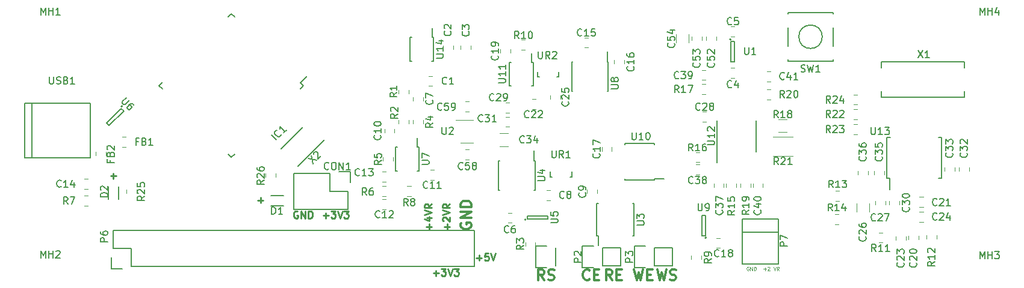
<source format=gto>
G04 #@! TF.GenerationSoftware,KiCad,Pcbnew,(5.0.0)*
G04 #@! TF.CreationDate,2018-11-01T18:13:55-10:00*
G04 #@! TF.ProjectId,dstat-mainboard,64737461742D6D61696E626F6172642E,1.2.3*
G04 #@! TF.SameCoordinates,Original*
G04 #@! TF.FileFunction,Legend,Top*
G04 #@! TF.FilePolarity,Positive*
%FSLAX46Y46*%
G04 Gerber Fmt 4.6, Leading zero omitted, Abs format (unit mm)*
G04 Created by KiCad (PCBNEW (5.0.0)) date 11/01/18 18:13:55*
%MOMM*%
%LPD*%
G01*
G04 APERTURE LIST*
%ADD10C,0.250000*%
%ADD11C,0.300000*%
%ADD12C,0.125000*%
%ADD13C,0.150000*%
%ADD14C,0.120000*%
G04 APERTURE END LIST*
D10*
X128476595Y-114053928D02*
X129238500Y-114053928D01*
X128857547Y-114434880D02*
X128857547Y-113672976D01*
X129619452Y-113434880D02*
X130238500Y-113434880D01*
X129905166Y-113815833D01*
X130048023Y-113815833D01*
X130143261Y-113863452D01*
X130190880Y-113911071D01*
X130238500Y-114006309D01*
X130238500Y-114244404D01*
X130190880Y-114339642D01*
X130143261Y-114387261D01*
X130048023Y-114434880D01*
X129762309Y-114434880D01*
X129667071Y-114387261D01*
X129619452Y-114339642D01*
X130524214Y-113434880D02*
X130857547Y-114434880D01*
X131190880Y-113434880D01*
X131428976Y-113434880D02*
X132048023Y-113434880D01*
X131714690Y-113815833D01*
X131857547Y-113815833D01*
X131952785Y-113863452D01*
X132000404Y-113911071D01*
X132048023Y-114006309D01*
X132048023Y-114244404D01*
X132000404Y-114339642D01*
X131952785Y-114387261D01*
X131857547Y-114434880D01*
X131571833Y-114434880D01*
X131476595Y-114387261D01*
X131428976Y-114339642D01*
X124904595Y-113482500D02*
X124809357Y-113434880D01*
X124666500Y-113434880D01*
X124523642Y-113482500D01*
X124428404Y-113577738D01*
X124380785Y-113672976D01*
X124333166Y-113863452D01*
X124333166Y-114006309D01*
X124380785Y-114196785D01*
X124428404Y-114292023D01*
X124523642Y-114387261D01*
X124666500Y-114434880D01*
X124761738Y-114434880D01*
X124904595Y-114387261D01*
X124952214Y-114339642D01*
X124952214Y-114006309D01*
X124761738Y-114006309D01*
X125380785Y-114434880D02*
X125380785Y-113434880D01*
X125952214Y-114434880D01*
X125952214Y-113434880D01*
X126428404Y-114434880D02*
X126428404Y-113434880D01*
X126666500Y-113434880D01*
X126809357Y-113482500D01*
X126904595Y-113577738D01*
X126952214Y-113672976D01*
X126999833Y-113863452D01*
X126999833Y-114006309D01*
X126952214Y-114196785D01*
X126904595Y-114292023D01*
X126809357Y-114387261D01*
X126666500Y-114434880D01*
X126428404Y-114434880D01*
X119316547Y-111894928D02*
X120078452Y-111894928D01*
X119697500Y-112275880D02*
X119697500Y-111513976D01*
X98615547Y-108465928D02*
X99377452Y-108465928D01*
X98996500Y-108846880D02*
X98996500Y-108084976D01*
X150034785Y-120022928D02*
X150796690Y-120022928D01*
X150415738Y-120403880D02*
X150415738Y-119641976D01*
X151749071Y-119403880D02*
X151272880Y-119403880D01*
X151225261Y-119880071D01*
X151272880Y-119832452D01*
X151368119Y-119784833D01*
X151606214Y-119784833D01*
X151701452Y-119832452D01*
X151749071Y-119880071D01*
X151796690Y-119975309D01*
X151796690Y-120213404D01*
X151749071Y-120308642D01*
X151701452Y-120356261D01*
X151606214Y-120403880D01*
X151368119Y-120403880D01*
X151272880Y-120356261D01*
X151225261Y-120308642D01*
X152082404Y-119403880D02*
X152415738Y-120403880D01*
X152749071Y-119403880D01*
X143970595Y-122181928D02*
X144732500Y-122181928D01*
X144351547Y-122562880D02*
X144351547Y-121800976D01*
X145113452Y-121562880D02*
X145732500Y-121562880D01*
X145399166Y-121943833D01*
X145542023Y-121943833D01*
X145637261Y-121991452D01*
X145684880Y-122039071D01*
X145732500Y-122134309D01*
X145732500Y-122372404D01*
X145684880Y-122467642D01*
X145637261Y-122515261D01*
X145542023Y-122562880D01*
X145256309Y-122562880D01*
X145161071Y-122515261D01*
X145113452Y-122467642D01*
X146018214Y-121562880D02*
X146351547Y-122562880D01*
X146684880Y-121562880D01*
X146922976Y-121562880D02*
X147542023Y-121562880D01*
X147208690Y-121943833D01*
X147351547Y-121943833D01*
X147446785Y-121991452D01*
X147494404Y-122039071D01*
X147542023Y-122134309D01*
X147542023Y-122372404D01*
X147494404Y-122467642D01*
X147446785Y-122515261D01*
X147351547Y-122562880D01*
X147065833Y-122562880D01*
X146970595Y-122515261D01*
X146922976Y-122467642D01*
D11*
X147903500Y-115125357D02*
X147832071Y-115268214D01*
X147832071Y-115482500D01*
X147903500Y-115696785D01*
X148046357Y-115839642D01*
X148189214Y-115911071D01*
X148474928Y-115982500D01*
X148689214Y-115982500D01*
X148974928Y-115911071D01*
X149117785Y-115839642D01*
X149260642Y-115696785D01*
X149332071Y-115482500D01*
X149332071Y-115339642D01*
X149260642Y-115125357D01*
X149189214Y-115053928D01*
X148689214Y-115053928D01*
X148689214Y-115339642D01*
X149332071Y-114411071D02*
X147832071Y-114411071D01*
X149332071Y-113553928D01*
X147832071Y-113553928D01*
X149332071Y-112839642D02*
X147832071Y-112839642D01*
X147832071Y-112482500D01*
X147903500Y-112268214D01*
X148046357Y-112125357D01*
X148189214Y-112053928D01*
X148474928Y-111982500D01*
X148689214Y-111982500D01*
X148974928Y-112053928D01*
X149117785Y-112125357D01*
X149260642Y-112268214D01*
X149332071Y-112482500D01*
X149332071Y-112839642D01*
D10*
X145930928Y-116022214D02*
X145930928Y-115260309D01*
X146311880Y-115641261D02*
X145549976Y-115641261D01*
X145407119Y-114831738D02*
X145359500Y-114784119D01*
X145311880Y-114688880D01*
X145311880Y-114450785D01*
X145359500Y-114355547D01*
X145407119Y-114307928D01*
X145502357Y-114260309D01*
X145597595Y-114260309D01*
X145740452Y-114307928D01*
X146311880Y-114879357D01*
X146311880Y-114260309D01*
X145311880Y-113974595D02*
X146311880Y-113641261D01*
X145311880Y-113307928D01*
X146311880Y-112403166D02*
X145835690Y-112736500D01*
X146311880Y-112974595D02*
X145311880Y-112974595D01*
X145311880Y-112593642D01*
X145359500Y-112498404D01*
X145407119Y-112450785D01*
X145502357Y-112403166D01*
X145645214Y-112403166D01*
X145740452Y-112450785D01*
X145788071Y-112498404D01*
X145835690Y-112593642D01*
X145835690Y-112974595D01*
X143390928Y-116022214D02*
X143390928Y-115260309D01*
X143771880Y-115641261D02*
X143009976Y-115641261D01*
X143105214Y-114355547D02*
X143771880Y-114355547D01*
X142724261Y-114593642D02*
X143438547Y-114831738D01*
X143438547Y-114212690D01*
X142771880Y-113974595D02*
X143771880Y-113641261D01*
X142771880Y-113307928D01*
X143771880Y-112403166D02*
X143295690Y-112736500D01*
X143771880Y-112974595D02*
X142771880Y-112974595D01*
X142771880Y-112593642D01*
X142819500Y-112498404D01*
X142867119Y-112450785D01*
X142962357Y-112403166D01*
X143105214Y-112403166D01*
X143200452Y-112450785D01*
X143248071Y-112498404D01*
X143295690Y-112593642D01*
X143295690Y-112974595D01*
D11*
X175490357Y-121670071D02*
X175847500Y-123170071D01*
X176133214Y-122098642D01*
X176418928Y-123170071D01*
X176776071Y-121670071D01*
X177276071Y-123098642D02*
X177490357Y-123170071D01*
X177847500Y-123170071D01*
X177990357Y-123098642D01*
X178061785Y-123027214D01*
X178133214Y-122884357D01*
X178133214Y-122741500D01*
X178061785Y-122598642D01*
X177990357Y-122527214D01*
X177847500Y-122455785D01*
X177561785Y-122384357D01*
X177418928Y-122312928D01*
X177347500Y-122241500D01*
X177276071Y-122098642D01*
X177276071Y-121955785D01*
X177347500Y-121812928D01*
X177418928Y-121741500D01*
X177561785Y-121670071D01*
X177918928Y-121670071D01*
X178133214Y-121741500D01*
X172224071Y-121670071D02*
X172581214Y-123170071D01*
X172866928Y-122098642D01*
X173152642Y-123170071D01*
X173509785Y-121670071D01*
X174081214Y-122384357D02*
X174581214Y-122384357D01*
X174795500Y-123170071D02*
X174081214Y-123170071D01*
X174081214Y-121670071D01*
X174795500Y-121670071D01*
X169140214Y-123170071D02*
X168640214Y-122455785D01*
X168283071Y-123170071D02*
X168283071Y-121670071D01*
X168854500Y-121670071D01*
X168997357Y-121741500D01*
X169068785Y-121812928D01*
X169140214Y-121955785D01*
X169140214Y-122170071D01*
X169068785Y-122312928D01*
X168997357Y-122384357D01*
X168854500Y-122455785D01*
X168283071Y-122455785D01*
X169783071Y-122384357D02*
X170283071Y-122384357D01*
X170497357Y-123170071D02*
X169783071Y-123170071D01*
X169783071Y-121670071D01*
X170497357Y-121670071D01*
X165965214Y-123027214D02*
X165893785Y-123098642D01*
X165679500Y-123170071D01*
X165536642Y-123170071D01*
X165322357Y-123098642D01*
X165179500Y-122955785D01*
X165108071Y-122812928D01*
X165036642Y-122527214D01*
X165036642Y-122312928D01*
X165108071Y-122027214D01*
X165179500Y-121884357D01*
X165322357Y-121741500D01*
X165536642Y-121670071D01*
X165679500Y-121670071D01*
X165893785Y-121741500D01*
X165965214Y-121812928D01*
X166608071Y-122384357D02*
X167108071Y-122384357D01*
X167322357Y-123170071D02*
X166608071Y-123170071D01*
X166608071Y-121670071D01*
X167322357Y-121670071D01*
X159579500Y-123170071D02*
X159079500Y-122455785D01*
X158722357Y-123170071D02*
X158722357Y-121670071D01*
X159293785Y-121670071D01*
X159436642Y-121741500D01*
X159508071Y-121812928D01*
X159579500Y-121955785D01*
X159579500Y-122170071D01*
X159508071Y-122312928D01*
X159436642Y-122384357D01*
X159293785Y-122455785D01*
X158722357Y-122455785D01*
X160150928Y-123098642D02*
X160365214Y-123170071D01*
X160722357Y-123170071D01*
X160865214Y-123098642D01*
X160936642Y-123027214D01*
X161008071Y-122884357D01*
X161008071Y-122741500D01*
X160936642Y-122598642D01*
X160865214Y-122527214D01*
X160722357Y-122455785D01*
X160436642Y-122384357D01*
X160293785Y-122312928D01*
X160222357Y-122241500D01*
X160150928Y-122098642D01*
X160150928Y-121955785D01*
X160222357Y-121812928D01*
X160293785Y-121741500D01*
X160436642Y-121670071D01*
X160793785Y-121670071D01*
X161008071Y-121741500D01*
D12*
X188342547Y-121320500D02*
X188294928Y-121296690D01*
X188223500Y-121296690D01*
X188152071Y-121320500D01*
X188104452Y-121368119D01*
X188080642Y-121415738D01*
X188056833Y-121510976D01*
X188056833Y-121582404D01*
X188080642Y-121677642D01*
X188104452Y-121725261D01*
X188152071Y-121772880D01*
X188223500Y-121796690D01*
X188271119Y-121796690D01*
X188342547Y-121772880D01*
X188366357Y-121749071D01*
X188366357Y-121582404D01*
X188271119Y-121582404D01*
X188580642Y-121796690D02*
X188580642Y-121296690D01*
X188866357Y-121796690D01*
X188866357Y-121296690D01*
X189104452Y-121796690D02*
X189104452Y-121296690D01*
X189223500Y-121296690D01*
X189294928Y-121320500D01*
X189342547Y-121368119D01*
X189366357Y-121415738D01*
X189390166Y-121510976D01*
X189390166Y-121582404D01*
X189366357Y-121677642D01*
X189342547Y-121725261D01*
X189294928Y-121772880D01*
X189223500Y-121796690D01*
X189104452Y-121796690D01*
X190434166Y-121606214D02*
X190815119Y-121606214D01*
X190624642Y-121796690D02*
X190624642Y-121415738D01*
X191029404Y-121344309D02*
X191053214Y-121320500D01*
X191100833Y-121296690D01*
X191219880Y-121296690D01*
X191267500Y-121320500D01*
X191291309Y-121344309D01*
X191315119Y-121391928D01*
X191315119Y-121439547D01*
X191291309Y-121510976D01*
X191005595Y-121796690D01*
X191315119Y-121796690D01*
X191838928Y-121296690D02*
X192005595Y-121796690D01*
X192172261Y-121296690D01*
X192624642Y-121796690D02*
X192457976Y-121558595D01*
X192338928Y-121796690D02*
X192338928Y-121296690D01*
X192529404Y-121296690D01*
X192577023Y-121320500D01*
X192600833Y-121344309D01*
X192624642Y-121391928D01*
X192624642Y-121463357D01*
X192600833Y-121510976D01*
X192577023Y-121534785D01*
X192529404Y-121558595D01*
X192338928Y-121558595D01*
D13*
G04 #@! TO.C,U6*
X100099028Y-98937918D02*
X98048418Y-100988528D01*
X98048418Y-100988528D02*
X98401972Y-101342082D01*
X98401972Y-101342082D02*
X100452582Y-99291472D01*
X100452582Y-99291472D02*
X100099028Y-98937918D01*
X100269738Y-98655076D02*
G75*
G03X100269738Y-98655076I-99999J0D01*
G01*
D14*
G04 #@! TO.C,U2*
X149626000Y-100592000D02*
X147176000Y-100592000D01*
X147826000Y-103812000D02*
X149626000Y-103812000D01*
D13*
G04 #@! TO.C,SW1*
X200190000Y-92036500D02*
X200190000Y-92286500D01*
X200190000Y-92286500D02*
X193890000Y-92286500D01*
X193890000Y-92286500D02*
X193890000Y-92036500D01*
X200190000Y-87536500D02*
X200190000Y-90136500D01*
X193890000Y-85636500D02*
X193890000Y-85386500D01*
X193890000Y-85386500D02*
X200190000Y-85386500D01*
X200190000Y-85386500D02*
X200190000Y-85636500D01*
X193890000Y-90136500D02*
X193890000Y-87536500D01*
X198690000Y-88836500D02*
G75*
G03X198690000Y-88836500I-1650000J0D01*
G01*
D14*
G04 #@! TO.C,C58*
X149038578Y-104764000D02*
X148521422Y-104764000D01*
X149038578Y-106184000D02*
X148521422Y-106184000D01*
G04 #@! TO.C,C59*
X148984578Y-97992500D02*
X148467422Y-97992500D01*
X148984578Y-99412500D02*
X148467422Y-99412500D01*
G04 #@! TO.C,R21*
X191777936Y-105690000D02*
X194582064Y-105690000D01*
X191777936Y-102970000D02*
X194582064Y-102970000D01*
D13*
G04 #@! TO.C,X2*
X122586441Y-104667396D02*
X125627000Y-101626837D01*
X128702914Y-103359249D02*
X124990604Y-107071559D01*
G04 #@! TO.C,U13*
X208149000Y-108767000D02*
X208149000Y-110367000D01*
X215449000Y-108767000D02*
X215449000Y-103017000D01*
X207799000Y-108767000D02*
X207799000Y-103017000D01*
X215449000Y-108767000D02*
X214999000Y-108767000D01*
X215449000Y-103017000D02*
X214999000Y-103017000D01*
X207799000Y-103017000D02*
X208249000Y-103017000D01*
X207799000Y-108767000D02*
X208149000Y-108767000D01*
G04 #@! TO.C,P2*
X167780000Y-118614000D02*
X170320000Y-118614000D01*
X164960000Y-118334000D02*
X166510000Y-118334000D01*
X167780000Y-118614000D02*
X167780000Y-121154000D01*
X166510000Y-121434000D02*
X164960000Y-121434000D01*
X164960000Y-121434000D02*
X164960000Y-118334000D01*
X167780000Y-121154000D02*
X170320000Y-121154000D01*
X170320000Y-121154000D02*
X170320000Y-118614000D01*
G04 #@! TO.C,P1*
X161230000Y-121154000D02*
X161230000Y-118614000D01*
X158410000Y-121434000D02*
X158410000Y-118334000D01*
X159960000Y-121434000D02*
X158410000Y-121434000D01*
X158410000Y-118334000D02*
X159960000Y-118334000D01*
G04 #@! TO.C,P3*
X177630000Y-121154000D02*
X177630000Y-118614000D01*
X175090000Y-121154000D02*
X177630000Y-121154000D01*
X172270000Y-121434000D02*
X172270000Y-118334000D01*
X173820000Y-121434000D02*
X172270000Y-121434000D01*
X175090000Y-118614000D02*
X175090000Y-121154000D01*
X172270000Y-118334000D02*
X173820000Y-118334000D01*
X175090000Y-118614000D02*
X177630000Y-118614000D01*
G04 #@! TO.C,D1*
X122956000Y-112650000D02*
X121156000Y-112650000D01*
X122956000Y-111250000D02*
X121156000Y-111250000D01*
G04 #@! TO.C,D2*
X99696500Y-111780000D02*
X99696500Y-109980000D01*
X98296500Y-111780000D02*
X98296500Y-109980000D01*
G04 #@! TO.C,CON1*
X129476000Y-113220000D02*
X132016000Y-113220000D01*
X132016000Y-113220000D02*
X132016000Y-110680000D01*
X132296000Y-107860000D02*
X130746000Y-107860000D01*
X124396000Y-113220000D02*
X129476000Y-113220000D01*
X124396000Y-108140000D02*
X124396000Y-113220000D01*
X129476000Y-110680000D02*
X129476000Y-108140000D01*
X132016000Y-110680000D02*
X129476000Y-110680000D01*
X132296000Y-107860000D02*
X132296000Y-109410000D01*
X129476000Y-108140000D02*
X124396000Y-108140000D01*
G04 #@! TO.C,P7*
X192481000Y-116418000D02*
X187401000Y-116418000D01*
X192481000Y-120863000D02*
X187401000Y-120863000D01*
X187401000Y-114513000D02*
X192481000Y-114513000D01*
X187401000Y-114513000D02*
X187401000Y-120863000D01*
X192481000Y-114513000D02*
X192481000Y-120863000D01*
G04 #@! TO.C,U1*
X185878000Y-89212000D02*
G75*
G03X185878000Y-89212000I-100000J0D01*
G01*
X186328000Y-89462000D02*
X185828000Y-89462000D01*
X186328000Y-92362000D02*
X186328000Y-89462000D01*
X185828000Y-92362000D02*
X186328000Y-92362000D01*
X185828000Y-89462000D02*
X185828000Y-92362000D01*
G04 #@! TO.C,U3*
X166966000Y-116963000D02*
X167191000Y-116963000D01*
X166966000Y-112313000D02*
X167191000Y-112313000D01*
X172216000Y-112313000D02*
X171991000Y-112313000D01*
X172216000Y-116963000D02*
X171991000Y-116963000D01*
X166966000Y-116963000D02*
X166966000Y-112313000D01*
X172216000Y-116963000D02*
X172216000Y-112313000D01*
X167191000Y-116963000D02*
X167191000Y-118313000D01*
G04 #@! TO.C,U4*
X158316000Y-106313000D02*
X158171000Y-106313000D01*
X158316000Y-110463000D02*
X158171000Y-110463000D01*
X153166000Y-110463000D02*
X153311000Y-110463000D01*
X153166000Y-106313000D02*
X153311000Y-106313000D01*
X158316000Y-106313000D02*
X158316000Y-110463000D01*
X153166000Y-106313000D02*
X153166000Y-110463000D01*
X158171000Y-106313000D02*
X158171000Y-104913000D01*
G04 #@! TO.C,U5*
X157041000Y-114638000D02*
G75*
G03X157041000Y-114638000I-100000J0D01*
G01*
X157191000Y-114088000D02*
X157191000Y-114588000D01*
X160091000Y-114088000D02*
X157191000Y-114088000D01*
X160091000Y-114588000D02*
X160091000Y-114088000D01*
X157191000Y-114588000D02*
X160091000Y-114588000D01*
G04 #@! TO.C,U7*
X142006000Y-104413000D02*
X141756000Y-104413000D01*
X142006000Y-107763000D02*
X141756000Y-107763000D01*
X138656000Y-107763000D02*
X138906000Y-107763000D01*
X138656000Y-104413000D02*
X138906000Y-104413000D01*
X142006000Y-104413000D02*
X142006000Y-107763000D01*
X138656000Y-104413000D02*
X138656000Y-107763000D01*
X141756000Y-104413000D02*
X141756000Y-103163000D01*
G04 #@! TO.C,U8*
X168592000Y-92343000D02*
X168447000Y-92343000D01*
X168592000Y-96493000D02*
X168447000Y-96493000D01*
X163442000Y-96493000D02*
X163587000Y-96493000D01*
X163442000Y-92343000D02*
X163587000Y-92343000D01*
X168592000Y-92343000D02*
X168592000Y-96493000D01*
X163442000Y-92343000D02*
X163442000Y-96493000D01*
X168447000Y-92343000D02*
X168447000Y-90943000D01*
G04 #@! TO.C,U9*
X182391000Y-117188000D02*
G75*
G03X182391000Y-117188000I-100000J0D01*
G01*
X181741000Y-116938000D02*
X182241000Y-116938000D01*
X181741000Y-114038000D02*
X181741000Y-116938000D01*
X182241000Y-114038000D02*
X181741000Y-114038000D01*
X182241000Y-116938000D02*
X182241000Y-114038000D01*
G04 #@! TO.C,U10*
X175066000Y-109018000D02*
X175066000Y-108873000D01*
X170916000Y-109018000D02*
X170916000Y-108873000D01*
X170916000Y-103868000D02*
X170916000Y-104013000D01*
X175066000Y-103868000D02*
X175066000Y-104013000D01*
X175066000Y-109018000D02*
X170916000Y-109018000D01*
X175066000Y-103868000D02*
X170916000Y-103868000D01*
X175066000Y-108873000D02*
X176466000Y-108873000D01*
G04 #@! TO.C,U11*
X158066000Y-92413000D02*
X157816000Y-92413000D01*
X158066000Y-95763000D02*
X157816000Y-95763000D01*
X154716000Y-95763000D02*
X154966000Y-95763000D01*
X154716000Y-92413000D02*
X154966000Y-92413000D01*
X158066000Y-92413000D02*
X158066000Y-95763000D01*
X154716000Y-92413000D02*
X154716000Y-95763000D01*
X157816000Y-92413000D02*
X157816000Y-91163000D01*
G04 #@! TO.C,UR1*
X160666840Y-108588240D02*
X160715100Y-108588240D01*
X163465820Y-107887200D02*
X163465820Y-108588240D01*
X163465820Y-108588240D02*
X163216900Y-108588240D01*
X160666840Y-108588240D02*
X160466180Y-108588240D01*
X160466180Y-108588240D02*
X160466180Y-107887200D01*
G04 #@! TO.C,UR2*
X158841840Y-94488240D02*
X158890100Y-94488240D01*
X161640820Y-93787200D02*
X161640820Y-94488240D01*
X161640820Y-94488240D02*
X161391900Y-94488240D01*
X158841840Y-94488240D02*
X158641180Y-94488240D01*
X158641180Y-94488240D02*
X158641180Y-93787200D01*
G04 #@! TO.C,USB1*
X95751740Y-98223360D02*
X86551860Y-98223360D01*
X95751740Y-105924640D02*
X95751740Y-98223360D01*
X86551860Y-105924640D02*
X95751740Y-105924640D01*
X86551860Y-98223360D02*
X86551860Y-105924640D01*
X87552620Y-98223360D02*
X87552620Y-105924640D01*
G04 #@! TO.C,X1*
X218698620Y-92396640D02*
X206999380Y-92396640D01*
X206999380Y-97395360D02*
X218698620Y-97395360D01*
X206999380Y-92396640D02*
X206999380Y-93245000D01*
X206999380Y-97395360D02*
X206999380Y-96547000D01*
X218698620Y-92396640D02*
X218698620Y-93245000D01*
X218698620Y-97395360D02*
X218698620Y-96547000D01*
G04 #@! TO.C,P6*
X149796000Y-116190000D02*
X98996000Y-116190000D01*
X101536000Y-121270000D02*
X149796000Y-121270000D01*
X149796000Y-116190000D02*
X149796000Y-121270000D01*
X98996000Y-116190000D02*
X98996000Y-118730000D01*
X98716000Y-120000000D02*
X98716000Y-121550000D01*
X98996000Y-118730000D02*
X101536000Y-118730000D01*
X101536000Y-118730000D02*
X101536000Y-121270000D01*
X98716000Y-121550000D02*
X100266000Y-121550000D01*
G04 #@! TO.C,U12*
X189366000Y-105038000D02*
X189366000Y-100638000D01*
X183916000Y-106613000D02*
X183916000Y-100638000D01*
G04 #@! TO.C,U14*
X144025000Y-88909500D02*
X143850000Y-88909500D01*
X144025000Y-92259500D02*
X143775000Y-92259500D01*
X140675000Y-92259500D02*
X140925000Y-92259500D01*
X140675000Y-88909500D02*
X140925000Y-88909500D01*
X144025000Y-88909500D02*
X144025000Y-92259500D01*
X140675000Y-88909500D02*
X140675000Y-92259500D01*
X143850000Y-88909500D02*
X143850000Y-87659500D01*
D14*
G04 #@! TO.C,C1*
X143341422Y-94374500D02*
X143858578Y-94374500D01*
X143341422Y-95794500D02*
X143858578Y-95794500D01*
G04 #@! TO.C,C2*
X145371000Y-90079422D02*
X145371000Y-90596578D01*
X146791000Y-90079422D02*
X146791000Y-90596578D01*
G04 #@! TO.C,C3*
X149236000Y-90079422D02*
X149236000Y-90596578D01*
X147816000Y-90079422D02*
X147816000Y-90596578D01*
G04 #@! TO.C,C4*
X186376578Y-93206500D02*
X185859422Y-93206500D01*
X186376578Y-94626500D02*
X185859422Y-94626500D01*
G04 #@! TO.C,C5*
X185859422Y-87364500D02*
X186376578Y-87364500D01*
X185859422Y-88784500D02*
X186376578Y-88784500D01*
G04 #@! TO.C,C6*
X154999578Y-113678000D02*
X154482422Y-113678000D01*
X154999578Y-115098000D02*
X154482422Y-115098000D01*
G04 #@! TO.C,C7*
X141121000Y-97329422D02*
X141121000Y-97846578D01*
X142541000Y-97329422D02*
X142541000Y-97846578D01*
G04 #@! TO.C,C8*
X159882422Y-110478000D02*
X160399578Y-110478000D01*
X159882422Y-111898000D02*
X160399578Y-111898000D01*
G04 #@! TO.C,C9*
X167051000Y-110429422D02*
X167051000Y-110946578D01*
X165631000Y-110429422D02*
X165631000Y-110946578D01*
G04 #@! TO.C,C10*
X137121000Y-102346578D02*
X137121000Y-101829422D01*
X138541000Y-102346578D02*
X138541000Y-101829422D01*
G04 #@! TO.C,C11*
X143572422Y-109048000D02*
X144089578Y-109048000D01*
X143572422Y-107628000D02*
X144089578Y-107628000D01*
G04 #@! TO.C,C13*
X136822422Y-109298000D02*
X137339578Y-109298000D01*
X136822422Y-107878000D02*
X137339578Y-107878000D01*
G04 #@! TO.C,C14*
X94927922Y-110284000D02*
X95445078Y-110284000D01*
X94927922Y-108864000D02*
X95445078Y-108864000D01*
G04 #@! TO.C,C15*
X165775578Y-90378000D02*
X165258422Y-90378000D01*
X165775578Y-88958000D02*
X165258422Y-88958000D01*
G04 #@! TO.C,C16*
X169406000Y-92133922D02*
X169406000Y-92651078D01*
X170826000Y-92133922D02*
X170826000Y-92651078D01*
G04 #@! TO.C,C17*
X169101000Y-104429422D02*
X169101000Y-104946578D01*
X167681000Y-104429422D02*
X167681000Y-104946578D01*
G04 #@! TO.C,C18*
X183777422Y-118655000D02*
X184294578Y-118655000D01*
X183777422Y-117235000D02*
X184294578Y-117235000D01*
G04 #@! TO.C,C19*
X153381000Y-90579422D02*
X153381000Y-91096578D01*
X154801000Y-90579422D02*
X154801000Y-91096578D01*
G04 #@! TO.C,C20*
X212259000Y-116937422D02*
X212259000Y-117454578D01*
X210839000Y-116937422D02*
X210839000Y-117454578D01*
G04 #@! TO.C,C21*
X212365422Y-112881000D02*
X212882578Y-112881000D01*
X212365422Y-111461000D02*
X212882578Y-111461000D01*
G04 #@! TO.C,C22*
X157882422Y-99048000D02*
X158399578Y-99048000D01*
X157882422Y-97628000D02*
X158399578Y-97628000D01*
G04 #@! TO.C,C23*
X209039000Y-116987422D02*
X209039000Y-117504578D01*
X210459000Y-116987422D02*
X210459000Y-117504578D01*
G04 #@! TO.C,C24*
X212365422Y-114956000D02*
X212882578Y-114956000D01*
X212365422Y-113536000D02*
X212882578Y-113536000D01*
G04 #@! TO.C,C25*
X161851000Y-97079422D02*
X161851000Y-97596578D01*
X160431000Y-97079422D02*
X160431000Y-97596578D01*
G04 #@! TO.C,C26*
X205309000Y-112343936D02*
X205309000Y-113548064D01*
X203489000Y-112343936D02*
X203489000Y-113548064D01*
G04 #@! TO.C,C27*
X207559000Y-111987422D02*
X207559000Y-112504578D01*
X206139000Y-111987422D02*
X206139000Y-112504578D01*
G04 #@! TO.C,C28*
X181882422Y-99378000D02*
X182399578Y-99378000D01*
X181882422Y-100798000D02*
X182399578Y-100798000D01*
G04 #@! TO.C,C29*
X154649578Y-99548000D02*
X154132422Y-99548000D01*
X154649578Y-98128000D02*
X154132422Y-98128000D01*
G04 #@! TO.C,C30*
X209559000Y-111987422D02*
X209559000Y-112504578D01*
X208139000Y-111987422D02*
X208139000Y-112504578D01*
G04 #@! TO.C,C31*
X154649578Y-100128000D02*
X154132422Y-100128000D01*
X154649578Y-101548000D02*
X154132422Y-101548000D01*
G04 #@! TO.C,C32*
X219317000Y-107237422D02*
X219317000Y-107754578D01*
X217897000Y-107237422D02*
X217897000Y-107754578D01*
G04 #@! TO.C,C33*
X215897000Y-107237422D02*
X215897000Y-107754578D01*
X217317000Y-107237422D02*
X217317000Y-107754578D01*
G04 #@! TO.C,C34*
X154543064Y-102478000D02*
X153338936Y-102478000D01*
X154543064Y-104298000D02*
X153338936Y-104298000D01*
G04 #@! TO.C,C35*
X207402000Y-108254578D02*
X207402000Y-107737422D01*
X205982000Y-108254578D02*
X205982000Y-107737422D01*
G04 #@! TO.C,C36*
X205116000Y-108254578D02*
X205116000Y-107737422D01*
X203696000Y-108254578D02*
X203696000Y-107737422D01*
G04 #@! TO.C,C37*
X184851000Y-109579422D02*
X184851000Y-110096578D01*
X183431000Y-109579422D02*
X183431000Y-110096578D01*
G04 #@! TO.C,C38*
X181399578Y-108298000D02*
X180882422Y-108298000D01*
X181399578Y-106878000D02*
X180882422Y-106878000D01*
G04 #@! TO.C,C39*
X182299578Y-94948000D02*
X181782422Y-94948000D01*
X182299578Y-93528000D02*
X181782422Y-93528000D01*
G04 #@! TO.C,C40*
X188931000Y-109579422D02*
X188931000Y-110096578D01*
X190351000Y-109579422D02*
X190351000Y-110096578D01*
G04 #@! TO.C,C41*
X190882422Y-95158000D02*
X191399578Y-95158000D01*
X190882422Y-93738000D02*
X191399578Y-93738000D01*
G04 #@! TO.C,C52*
X182360000Y-89349078D02*
X182360000Y-88831922D01*
X183780000Y-89349078D02*
X183780000Y-88831922D01*
G04 #@! TO.C,C53*
X181748000Y-89349078D02*
X181748000Y-88831922D01*
X180328000Y-89349078D02*
X180328000Y-88831922D01*
G04 #@! TO.C,C54*
X178096000Y-89692564D02*
X178096000Y-88488436D01*
X179916000Y-89692564D02*
X179916000Y-88488436D01*
G04 #@! TO.C,FB1*
X100778578Y-104406000D02*
X100261422Y-104406000D01*
X100778578Y-102986000D02*
X100261422Y-102986000D01*
G04 #@! TO.C,FB2*
X97928500Y-105604578D02*
X97928500Y-105087422D01*
X96508500Y-105604578D02*
X96508500Y-105087422D01*
G04 #@! TO.C,R1*
X140541000Y-96329422D02*
X140541000Y-96846578D01*
X139121000Y-96329422D02*
X139121000Y-96846578D01*
G04 #@! TO.C,R2*
X139121000Y-100579422D02*
X139121000Y-101096578D01*
X140541000Y-100579422D02*
X140541000Y-101096578D01*
G04 #@! TO.C,R3*
X156931000Y-117829422D02*
X156931000Y-118346578D01*
X158351000Y-117829422D02*
X158351000Y-118346578D01*
G04 #@! TO.C,R4*
X142541000Y-100579422D02*
X142541000Y-101096578D01*
X141121000Y-100579422D02*
X141121000Y-101096578D01*
G04 #@! TO.C,R5*
X138291000Y-105829422D02*
X138291000Y-106346578D01*
X136871000Y-105829422D02*
X136871000Y-106346578D01*
G04 #@! TO.C,R6*
X136822422Y-111298000D02*
X137339578Y-111298000D01*
X136822422Y-109878000D02*
X137339578Y-109878000D01*
G04 #@! TO.C,R7*
X94927922Y-112660000D02*
X95445078Y-112660000D01*
X94927922Y-111240000D02*
X95445078Y-111240000D01*
G04 #@! TO.C,R8*
X140839578Y-109878000D02*
X140322422Y-109878000D01*
X140839578Y-111298000D02*
X140322422Y-111298000D01*
G04 #@! TO.C,R9*
X180281000Y-119729422D02*
X180281000Y-120246578D01*
X181701000Y-119729422D02*
X181701000Y-120246578D01*
G04 #@! TO.C,R10*
X156899578Y-90698000D02*
X156382422Y-90698000D01*
X156899578Y-89278000D02*
X156382422Y-89278000D01*
G04 #@! TO.C,R11*
X206637422Y-117893000D02*
X207154578Y-117893000D01*
X206637422Y-116473000D02*
X207154578Y-116473000D01*
G04 #@! TO.C,R12*
X214759000Y-117354578D02*
X214759000Y-116837422D01*
X213339000Y-117354578D02*
X213339000Y-116837422D01*
G04 #@! TO.C,R13*
X200590422Y-112006000D02*
X201107578Y-112006000D01*
X200590422Y-110586000D02*
X201107578Y-110586000D01*
G04 #@! TO.C,R14*
X200490422Y-115306000D02*
X201007578Y-115306000D01*
X200490422Y-113886000D02*
X201007578Y-113886000D01*
G04 #@! TO.C,R15*
X186601000Y-109579422D02*
X186601000Y-110096578D01*
X185181000Y-109579422D02*
X185181000Y-110096578D01*
G04 #@! TO.C,R16*
X181399578Y-106548000D02*
X180882422Y-106548000D01*
X181399578Y-105128000D02*
X180882422Y-105128000D01*
G04 #@! TO.C,R17*
X182299578Y-96948000D02*
X181782422Y-96948000D01*
X182299578Y-95528000D02*
X181782422Y-95528000D01*
G04 #@! TO.C,R18*
X192526936Y-100474000D02*
X193731064Y-100474000D01*
X192526936Y-102294000D02*
X193731064Y-102294000D01*
G04 #@! TO.C,R19*
X188601000Y-109579422D02*
X188601000Y-110096578D01*
X187181000Y-109579422D02*
X187181000Y-110096578D01*
G04 #@! TO.C,R20*
X190882422Y-97698000D02*
X191399578Y-97698000D01*
X190882422Y-96278000D02*
X191399578Y-96278000D01*
G04 #@! TO.C,R22*
X203607578Y-99086000D02*
X203090422Y-99086000D01*
X203607578Y-100506000D02*
X203090422Y-100506000D01*
G04 #@! TO.C,R23*
X203607578Y-102606000D02*
X203090422Y-102606000D01*
X203607578Y-101186000D02*
X203090422Y-101186000D01*
G04 #@! TO.C,R24*
X203607578Y-96986000D02*
X203090422Y-96986000D01*
X203607578Y-98406000D02*
X203090422Y-98406000D01*
G04 #@! TO.C,R25*
X102246000Y-110938578D02*
X102246000Y-110421422D01*
X100826000Y-110938578D02*
X100826000Y-110421422D01*
G04 #@! TO.C,R26*
X120384000Y-108135422D02*
X120384000Y-108652578D01*
X121804000Y-108135422D02*
X121804000Y-108652578D01*
D13*
G04 #@! TO.C,IC1*
X125326396Y-95307514D02*
X126227957Y-94405952D01*
X115586000Y-105861082D02*
X116063297Y-105383785D01*
X105439018Y-95714100D02*
X105916315Y-95236803D01*
X115586000Y-85567118D02*
X115108703Y-86044415D01*
X125732982Y-95714100D02*
X125255685Y-96191397D01*
X115586000Y-85567118D02*
X116063297Y-86044415D01*
X105439018Y-95714100D02*
X105916315Y-96191397D01*
X115586000Y-105861082D02*
X115108703Y-105383785D01*
X125732982Y-95714100D02*
X125326396Y-95307514D01*
D14*
G04 #@! TO.C,C12*
X136837422Y-111748000D02*
X137354578Y-111748000D01*
X136837422Y-113168000D02*
X137354578Y-113168000D01*
G04 #@! TO.C,U6*
D13*
X100826177Y-97410126D02*
X100253757Y-97982546D01*
X100220085Y-98083561D01*
X100220085Y-98150905D01*
X100253757Y-98251920D01*
X100388444Y-98386607D01*
X100489459Y-98420279D01*
X100556803Y-98420279D01*
X100657818Y-98386607D01*
X101230238Y-97814187D01*
X101870001Y-98453951D02*
X101735314Y-98319264D01*
X101634299Y-98285592D01*
X101566955Y-98285592D01*
X101398596Y-98319264D01*
X101230238Y-98420279D01*
X100960864Y-98689653D01*
X100927192Y-98790668D01*
X100927192Y-98858012D01*
X100960864Y-98959027D01*
X101095551Y-99093714D01*
X101196566Y-99127386D01*
X101263909Y-99127386D01*
X101364925Y-99093714D01*
X101533283Y-98925355D01*
X101566955Y-98824340D01*
X101566955Y-98756996D01*
X101533283Y-98655981D01*
X101398596Y-98521294D01*
X101297581Y-98487622D01*
X101230238Y-98487622D01*
X101129222Y-98521294D01*
G04 #@! TO.C,U2*
X145224595Y-101598480D02*
X145224595Y-102408004D01*
X145272214Y-102503242D01*
X145319833Y-102550861D01*
X145415071Y-102598480D01*
X145605547Y-102598480D01*
X145700785Y-102550861D01*
X145748404Y-102503242D01*
X145796023Y-102408004D01*
X145796023Y-101598480D01*
X146224595Y-101693719D02*
X146272214Y-101646100D01*
X146367452Y-101598480D01*
X146605547Y-101598480D01*
X146700785Y-101646100D01*
X146748404Y-101693719D01*
X146796023Y-101788957D01*
X146796023Y-101884195D01*
X146748404Y-102027052D01*
X146176976Y-102598480D01*
X146796023Y-102598480D01*
G04 #@! TO.C,SW1*
X195706666Y-93741261D02*
X195849523Y-93788880D01*
X196087619Y-93788880D01*
X196182857Y-93741261D01*
X196230476Y-93693642D01*
X196278095Y-93598404D01*
X196278095Y-93503166D01*
X196230476Y-93407928D01*
X196182857Y-93360309D01*
X196087619Y-93312690D01*
X195897142Y-93265071D01*
X195801904Y-93217452D01*
X195754285Y-93169833D01*
X195706666Y-93074595D01*
X195706666Y-92979357D01*
X195754285Y-92884119D01*
X195801904Y-92836500D01*
X195897142Y-92788880D01*
X196135238Y-92788880D01*
X196278095Y-92836500D01*
X196611428Y-92788880D02*
X196849523Y-93788880D01*
X197040000Y-93074595D01*
X197230476Y-93788880D01*
X197468571Y-92788880D01*
X198373333Y-93788880D02*
X197801904Y-93788880D01*
X198087619Y-93788880D02*
X198087619Y-92788880D01*
X197992380Y-92931738D01*
X197897142Y-93026976D01*
X197801904Y-93074595D01*
G04 #@! TO.C,C58*
X148137142Y-107481142D02*
X148089523Y-107528761D01*
X147946666Y-107576380D01*
X147851428Y-107576380D01*
X147708571Y-107528761D01*
X147613333Y-107433523D01*
X147565714Y-107338285D01*
X147518095Y-107147809D01*
X147518095Y-107004952D01*
X147565714Y-106814476D01*
X147613333Y-106719238D01*
X147708571Y-106624000D01*
X147851428Y-106576380D01*
X147946666Y-106576380D01*
X148089523Y-106624000D01*
X148137142Y-106671619D01*
X149041904Y-106576380D02*
X148565714Y-106576380D01*
X148518095Y-107052571D01*
X148565714Y-107004952D01*
X148660952Y-106957333D01*
X148899047Y-106957333D01*
X148994285Y-107004952D01*
X149041904Y-107052571D01*
X149089523Y-107147809D01*
X149089523Y-107385904D01*
X149041904Y-107481142D01*
X148994285Y-107528761D01*
X148899047Y-107576380D01*
X148660952Y-107576380D01*
X148565714Y-107528761D01*
X148518095Y-107481142D01*
X149660952Y-107004952D02*
X149565714Y-106957333D01*
X149518095Y-106909714D01*
X149470476Y-106814476D01*
X149470476Y-106766857D01*
X149518095Y-106671619D01*
X149565714Y-106624000D01*
X149660952Y-106576380D01*
X149851428Y-106576380D01*
X149946666Y-106624000D01*
X149994285Y-106671619D01*
X150041904Y-106766857D01*
X150041904Y-106814476D01*
X149994285Y-106909714D01*
X149946666Y-106957333D01*
X149851428Y-107004952D01*
X149660952Y-107004952D01*
X149565714Y-107052571D01*
X149518095Y-107100190D01*
X149470476Y-107195428D01*
X149470476Y-107385904D01*
X149518095Y-107481142D01*
X149565714Y-107528761D01*
X149660952Y-107576380D01*
X149851428Y-107576380D01*
X149946666Y-107528761D01*
X149994285Y-107481142D01*
X150041904Y-107385904D01*
X150041904Y-107195428D01*
X149994285Y-107100190D01*
X149946666Y-107052571D01*
X149851428Y-107004952D01*
G04 #@! TO.C,C59*
X145191242Y-99099642D02*
X145143623Y-99147261D01*
X145000766Y-99194880D01*
X144905528Y-99194880D01*
X144762671Y-99147261D01*
X144667433Y-99052023D01*
X144619814Y-98956785D01*
X144572195Y-98766309D01*
X144572195Y-98623452D01*
X144619814Y-98432976D01*
X144667433Y-98337738D01*
X144762671Y-98242500D01*
X144905528Y-98194880D01*
X145000766Y-98194880D01*
X145143623Y-98242500D01*
X145191242Y-98290119D01*
X146096004Y-98194880D02*
X145619814Y-98194880D01*
X145572195Y-98671071D01*
X145619814Y-98623452D01*
X145715052Y-98575833D01*
X145953147Y-98575833D01*
X146048385Y-98623452D01*
X146096004Y-98671071D01*
X146143623Y-98766309D01*
X146143623Y-99004404D01*
X146096004Y-99099642D01*
X146048385Y-99147261D01*
X145953147Y-99194880D01*
X145715052Y-99194880D01*
X145619814Y-99147261D01*
X145572195Y-99099642D01*
X146619814Y-99194880D02*
X146810290Y-99194880D01*
X146905528Y-99147261D01*
X146953147Y-99099642D01*
X147048385Y-98956785D01*
X147096004Y-98766309D01*
X147096004Y-98385357D01*
X147048385Y-98290119D01*
X147000766Y-98242500D01*
X146905528Y-98194880D01*
X146715052Y-98194880D01*
X146619814Y-98242500D01*
X146572195Y-98290119D01*
X146524576Y-98385357D01*
X146524576Y-98623452D01*
X146572195Y-98718690D01*
X146619814Y-98766309D01*
X146715052Y-98813928D01*
X146905528Y-98813928D01*
X147000766Y-98766309D01*
X147048385Y-98718690D01*
X147096004Y-98623452D01*
G04 #@! TO.C,R21*
X192536842Y-106865680D02*
X192203509Y-106389490D01*
X191965414Y-106865680D02*
X191965414Y-105865680D01*
X192346366Y-105865680D01*
X192441604Y-105913300D01*
X192489223Y-105960919D01*
X192536842Y-106056157D01*
X192536842Y-106199014D01*
X192489223Y-106294252D01*
X192441604Y-106341871D01*
X192346366Y-106389490D01*
X191965414Y-106389490D01*
X192917795Y-105960919D02*
X192965414Y-105913300D01*
X193060652Y-105865680D01*
X193298747Y-105865680D01*
X193393985Y-105913300D01*
X193441604Y-105960919D01*
X193489223Y-106056157D01*
X193489223Y-106151395D01*
X193441604Y-106294252D01*
X192870176Y-106865680D01*
X193489223Y-106865680D01*
X194441604Y-106865680D02*
X193870176Y-106865680D01*
X194155890Y-106865680D02*
X194155890Y-105865680D01*
X194060652Y-106008538D01*
X193965414Y-106103776D01*
X193870176Y-106151395D01*
G04 #@! TO.C,X2*
X126383255Y-106039694D02*
X127561766Y-106275396D01*
X126854659Y-105568290D02*
X127090361Y-106746801D01*
X127157705Y-105399931D02*
X127157705Y-105332587D01*
X127191377Y-105231572D01*
X127359735Y-105063213D01*
X127460751Y-105029542D01*
X127528094Y-105029542D01*
X127629109Y-105063213D01*
X127696453Y-105130557D01*
X127763796Y-105265244D01*
X127763796Y-106073366D01*
X128201529Y-105635633D01*
G04 #@! TO.C,U13*
X205581404Y-101623880D02*
X205581404Y-102433404D01*
X205629023Y-102528642D01*
X205676642Y-102576261D01*
X205771880Y-102623880D01*
X205962357Y-102623880D01*
X206057595Y-102576261D01*
X206105214Y-102528642D01*
X206152833Y-102433404D01*
X206152833Y-101623880D01*
X207152833Y-102623880D02*
X206581404Y-102623880D01*
X206867119Y-102623880D02*
X206867119Y-101623880D01*
X206771880Y-101766738D01*
X206676642Y-101861976D01*
X206581404Y-101909595D01*
X207486166Y-101623880D02*
X208105214Y-101623880D01*
X207771880Y-102004833D01*
X207914738Y-102004833D01*
X208009976Y-102052452D01*
X208057595Y-102100071D01*
X208105214Y-102195309D01*
X208105214Y-102433404D01*
X208057595Y-102528642D01*
X208009976Y-102576261D01*
X207914738Y-102623880D01*
X207629023Y-102623880D01*
X207533785Y-102576261D01*
X207486166Y-102528642D01*
G04 #@! TO.C,P2*
X164777680Y-120622095D02*
X163777680Y-120622095D01*
X163777680Y-120241142D01*
X163825300Y-120145904D01*
X163872919Y-120098285D01*
X163968157Y-120050666D01*
X164111014Y-120050666D01*
X164206252Y-120098285D01*
X164253871Y-120145904D01*
X164301490Y-120241142D01*
X164301490Y-120622095D01*
X163872919Y-119669714D02*
X163825300Y-119622095D01*
X163777680Y-119526857D01*
X163777680Y-119288761D01*
X163825300Y-119193523D01*
X163872919Y-119145904D01*
X163968157Y-119098285D01*
X164063395Y-119098285D01*
X164206252Y-119145904D01*
X164777680Y-119717333D01*
X164777680Y-119098285D01*
G04 #@! TO.C,P3*
X172042080Y-120622095D02*
X171042080Y-120622095D01*
X171042080Y-120241142D01*
X171089700Y-120145904D01*
X171137319Y-120098285D01*
X171232557Y-120050666D01*
X171375414Y-120050666D01*
X171470652Y-120098285D01*
X171518271Y-120145904D01*
X171565890Y-120241142D01*
X171565890Y-120622095D01*
X171042080Y-119717333D02*
X171042080Y-119098285D01*
X171423033Y-119431619D01*
X171423033Y-119288761D01*
X171470652Y-119193523D01*
X171518271Y-119145904D01*
X171613509Y-119098285D01*
X171851604Y-119098285D01*
X171946842Y-119145904D01*
X171994461Y-119193523D01*
X172042080Y-119288761D01*
X172042080Y-119574476D01*
X171994461Y-119669714D01*
X171946842Y-119717333D01*
G04 #@! TO.C,D1*
X121270804Y-113876080D02*
X121270804Y-112876080D01*
X121508900Y-112876080D01*
X121651757Y-112923700D01*
X121746995Y-113018938D01*
X121794614Y-113114176D01*
X121842233Y-113304652D01*
X121842233Y-113447509D01*
X121794614Y-113637985D01*
X121746995Y-113733223D01*
X121651757Y-113828461D01*
X121508900Y-113876080D01*
X121270804Y-113876080D01*
X122794614Y-113876080D02*
X122223185Y-113876080D01*
X122508900Y-113876080D02*
X122508900Y-112876080D01*
X122413661Y-113018938D01*
X122318423Y-113114176D01*
X122223185Y-113161795D01*
G04 #@! TO.C,D2*
X98178880Y-111418095D02*
X97178880Y-111418095D01*
X97178880Y-111180000D01*
X97226500Y-111037142D01*
X97321738Y-110941904D01*
X97416976Y-110894285D01*
X97607452Y-110846666D01*
X97750309Y-110846666D01*
X97940785Y-110894285D01*
X98036023Y-110941904D01*
X98131261Y-111037142D01*
X98178880Y-111180000D01*
X98178880Y-111418095D01*
X97274119Y-110465714D02*
X97226500Y-110418095D01*
X97178880Y-110322857D01*
X97178880Y-110084761D01*
X97226500Y-109989523D01*
X97274119Y-109941904D01*
X97369357Y-109894285D01*
X97464595Y-109894285D01*
X97607452Y-109941904D01*
X98178880Y-110513333D01*
X98178880Y-109894285D01*
G04 #@! TO.C,CON1*
X129278214Y-107481642D02*
X129230595Y-107529261D01*
X129087738Y-107576880D01*
X128992500Y-107576880D01*
X128849642Y-107529261D01*
X128754404Y-107434023D01*
X128706785Y-107338785D01*
X128659166Y-107148309D01*
X128659166Y-107005452D01*
X128706785Y-106814976D01*
X128754404Y-106719738D01*
X128849642Y-106624500D01*
X128992500Y-106576880D01*
X129087738Y-106576880D01*
X129230595Y-106624500D01*
X129278214Y-106672119D01*
X129897261Y-106576880D02*
X130087738Y-106576880D01*
X130182976Y-106624500D01*
X130278214Y-106719738D01*
X130325833Y-106910214D01*
X130325833Y-107243547D01*
X130278214Y-107434023D01*
X130182976Y-107529261D01*
X130087738Y-107576880D01*
X129897261Y-107576880D01*
X129802023Y-107529261D01*
X129706785Y-107434023D01*
X129659166Y-107243547D01*
X129659166Y-106910214D01*
X129706785Y-106719738D01*
X129802023Y-106624500D01*
X129897261Y-106576880D01*
X130754404Y-107576880D02*
X130754404Y-106576880D01*
X131325833Y-107576880D01*
X131325833Y-106576880D01*
X132325833Y-107576880D02*
X131754404Y-107576880D01*
X132040119Y-107576880D02*
X132040119Y-106576880D01*
X131944880Y-106719738D01*
X131849642Y-106814976D01*
X131754404Y-106862595D01*
G04 #@! TO.C,P7*
X193747880Y-118371595D02*
X192747880Y-118371595D01*
X192747880Y-117990642D01*
X192795500Y-117895404D01*
X192843119Y-117847785D01*
X192938357Y-117800166D01*
X193081214Y-117800166D01*
X193176452Y-117847785D01*
X193224071Y-117895404D01*
X193271690Y-117990642D01*
X193271690Y-118371595D01*
X192747880Y-117466833D02*
X192747880Y-116800166D01*
X193747880Y-117228738D01*
G04 #@! TO.C,U1*
X187769595Y-90320880D02*
X187769595Y-91130404D01*
X187817214Y-91225642D01*
X187864833Y-91273261D01*
X187960071Y-91320880D01*
X188150547Y-91320880D01*
X188245785Y-91273261D01*
X188293404Y-91225642D01*
X188341023Y-91130404D01*
X188341023Y-90320880D01*
X189341023Y-91320880D02*
X188769595Y-91320880D01*
X189055309Y-91320880D02*
X189055309Y-90320880D01*
X188960071Y-90463738D01*
X188864833Y-90558976D01*
X188769595Y-90606595D01*
G04 #@! TO.C,U3*
X172618380Y-115410904D02*
X173427904Y-115410904D01*
X173523142Y-115363285D01*
X173570761Y-115315666D01*
X173618380Y-115220428D01*
X173618380Y-115029952D01*
X173570761Y-114934714D01*
X173523142Y-114887095D01*
X173427904Y-114839476D01*
X172618380Y-114839476D01*
X172618380Y-114458523D02*
X172618380Y-113839476D01*
X172999333Y-114172809D01*
X172999333Y-114029952D01*
X173046952Y-113934714D01*
X173094571Y-113887095D01*
X173189809Y-113839476D01*
X173427904Y-113839476D01*
X173523142Y-113887095D01*
X173570761Y-113934714D01*
X173618380Y-114029952D01*
X173618380Y-114315666D01*
X173570761Y-114410904D01*
X173523142Y-114458523D01*
G04 #@! TO.C,U4*
X158693380Y-109149904D02*
X159502904Y-109149904D01*
X159598142Y-109102285D01*
X159645761Y-109054666D01*
X159693380Y-108959428D01*
X159693380Y-108768952D01*
X159645761Y-108673714D01*
X159598142Y-108626095D01*
X159502904Y-108578476D01*
X158693380Y-108578476D01*
X159026714Y-107673714D02*
X159693380Y-107673714D01*
X158645761Y-107911809D02*
X159360047Y-108149904D01*
X159360047Y-107530857D01*
G04 #@! TO.C,U5*
X160489880Y-115093404D02*
X161299404Y-115093404D01*
X161394642Y-115045785D01*
X161442261Y-114998166D01*
X161489880Y-114902928D01*
X161489880Y-114712452D01*
X161442261Y-114617214D01*
X161394642Y-114569595D01*
X161299404Y-114521976D01*
X160489880Y-114521976D01*
X160489880Y-113569595D02*
X160489880Y-114045785D01*
X160966071Y-114093404D01*
X160918452Y-114045785D01*
X160870833Y-113950547D01*
X160870833Y-113712452D01*
X160918452Y-113617214D01*
X160966071Y-113569595D01*
X161061309Y-113521976D01*
X161299404Y-113521976D01*
X161394642Y-113569595D01*
X161442261Y-113617214D01*
X161489880Y-113712452D01*
X161489880Y-113950547D01*
X161442261Y-114045785D01*
X161394642Y-114093404D01*
G04 #@! TO.C,U7*
X142383380Y-106849904D02*
X143192904Y-106849904D01*
X143288142Y-106802285D01*
X143335761Y-106754666D01*
X143383380Y-106659428D01*
X143383380Y-106468952D01*
X143335761Y-106373714D01*
X143288142Y-106326095D01*
X143192904Y-106278476D01*
X142383380Y-106278476D01*
X142383380Y-105897523D02*
X142383380Y-105230857D01*
X143383380Y-105659428D01*
G04 #@! TO.C,U8*
X168998880Y-96170404D02*
X169808404Y-96170404D01*
X169903642Y-96122785D01*
X169951261Y-96075166D01*
X169998880Y-95979928D01*
X169998880Y-95789452D01*
X169951261Y-95694214D01*
X169903642Y-95646595D01*
X169808404Y-95598976D01*
X168998880Y-95598976D01*
X169427452Y-94979928D02*
X169379833Y-95075166D01*
X169332214Y-95122785D01*
X169236976Y-95170404D01*
X169189357Y-95170404D01*
X169094119Y-95122785D01*
X169046500Y-95075166D01*
X168998880Y-94979928D01*
X168998880Y-94789452D01*
X169046500Y-94694214D01*
X169094119Y-94646595D01*
X169189357Y-94598976D01*
X169236976Y-94598976D01*
X169332214Y-94646595D01*
X169379833Y-94694214D01*
X169427452Y-94789452D01*
X169427452Y-94979928D01*
X169475071Y-95075166D01*
X169522690Y-95122785D01*
X169617928Y-95170404D01*
X169808404Y-95170404D01*
X169903642Y-95122785D01*
X169951261Y-95075166D01*
X169998880Y-94979928D01*
X169998880Y-94789452D01*
X169951261Y-94694214D01*
X169903642Y-94646595D01*
X169808404Y-94598976D01*
X169617928Y-94598976D01*
X169522690Y-94646595D01*
X169475071Y-94694214D01*
X169427452Y-94789452D01*
G04 #@! TO.C,U9*
X181230595Y-112386880D02*
X181230595Y-113196404D01*
X181278214Y-113291642D01*
X181325833Y-113339261D01*
X181421071Y-113386880D01*
X181611547Y-113386880D01*
X181706785Y-113339261D01*
X181754404Y-113291642D01*
X181802023Y-113196404D01*
X181802023Y-112386880D01*
X182325833Y-113386880D02*
X182516309Y-113386880D01*
X182611547Y-113339261D01*
X182659166Y-113291642D01*
X182754404Y-113148785D01*
X182802023Y-112958309D01*
X182802023Y-112577357D01*
X182754404Y-112482119D01*
X182706785Y-112434500D01*
X182611547Y-112386880D01*
X182421071Y-112386880D01*
X182325833Y-112434500D01*
X182278214Y-112482119D01*
X182230595Y-112577357D01*
X182230595Y-112815452D01*
X182278214Y-112910690D01*
X182325833Y-112958309D01*
X182421071Y-113005928D01*
X182611547Y-113005928D01*
X182706785Y-112958309D01*
X182754404Y-112910690D01*
X182802023Y-112815452D01*
G04 #@! TO.C,U10*
X171927904Y-102353880D02*
X171927904Y-103163404D01*
X171975523Y-103258642D01*
X172023142Y-103306261D01*
X172118380Y-103353880D01*
X172308857Y-103353880D01*
X172404095Y-103306261D01*
X172451714Y-103258642D01*
X172499333Y-103163404D01*
X172499333Y-102353880D01*
X173499333Y-103353880D02*
X172927904Y-103353880D01*
X173213619Y-103353880D02*
X173213619Y-102353880D01*
X173118380Y-102496738D01*
X173023142Y-102591976D01*
X172927904Y-102639595D01*
X174118380Y-102353880D02*
X174213619Y-102353880D01*
X174308857Y-102401500D01*
X174356476Y-102449119D01*
X174404095Y-102544357D01*
X174451714Y-102734833D01*
X174451714Y-102972928D01*
X174404095Y-103163404D01*
X174356476Y-103258642D01*
X174308857Y-103306261D01*
X174213619Y-103353880D01*
X174118380Y-103353880D01*
X174023142Y-103306261D01*
X173975523Y-103258642D01*
X173927904Y-103163404D01*
X173880285Y-102972928D01*
X173880285Y-102734833D01*
X173927904Y-102544357D01*
X173975523Y-102449119D01*
X174023142Y-102401500D01*
X174118380Y-102353880D01*
G04 #@! TO.C,U11*
X153123880Y-95313095D02*
X153933404Y-95313095D01*
X154028642Y-95265476D01*
X154076261Y-95217857D01*
X154123880Y-95122619D01*
X154123880Y-94932142D01*
X154076261Y-94836904D01*
X154028642Y-94789285D01*
X153933404Y-94741666D01*
X153123880Y-94741666D01*
X154123880Y-93741666D02*
X154123880Y-94313095D01*
X154123880Y-94027380D02*
X153123880Y-94027380D01*
X153266738Y-94122619D01*
X153361976Y-94217857D01*
X153409595Y-94313095D01*
X154123880Y-92789285D02*
X154123880Y-93360714D01*
X154123880Y-93075000D02*
X153123880Y-93075000D01*
X153266738Y-93170238D01*
X153361976Y-93265476D01*
X153409595Y-93360714D01*
G04 #@! TO.C,UR1*
X160664595Y-104893880D02*
X160664595Y-105703404D01*
X160712214Y-105798642D01*
X160759833Y-105846261D01*
X160855071Y-105893880D01*
X161045547Y-105893880D01*
X161140785Y-105846261D01*
X161188404Y-105798642D01*
X161236023Y-105703404D01*
X161236023Y-104893880D01*
X162283642Y-105893880D02*
X161950309Y-105417690D01*
X161712214Y-105893880D02*
X161712214Y-104893880D01*
X162093166Y-104893880D01*
X162188404Y-104941500D01*
X162236023Y-104989119D01*
X162283642Y-105084357D01*
X162283642Y-105227214D01*
X162236023Y-105322452D01*
X162188404Y-105370071D01*
X162093166Y-105417690D01*
X161712214Y-105417690D01*
X163236023Y-105893880D02*
X162664595Y-105893880D01*
X162950309Y-105893880D02*
X162950309Y-104893880D01*
X162855071Y-105036738D01*
X162759833Y-105131976D01*
X162664595Y-105179595D01*
G04 #@! TO.C,UR2*
X158759595Y-90923880D02*
X158759595Y-91733404D01*
X158807214Y-91828642D01*
X158854833Y-91876261D01*
X158950071Y-91923880D01*
X159140547Y-91923880D01*
X159235785Y-91876261D01*
X159283404Y-91828642D01*
X159331023Y-91733404D01*
X159331023Y-90923880D01*
X160378642Y-91923880D02*
X160045309Y-91447690D01*
X159807214Y-91923880D02*
X159807214Y-90923880D01*
X160188166Y-90923880D01*
X160283404Y-90971500D01*
X160331023Y-91019119D01*
X160378642Y-91114357D01*
X160378642Y-91257214D01*
X160331023Y-91352452D01*
X160283404Y-91400071D01*
X160188166Y-91447690D01*
X159807214Y-91447690D01*
X160759595Y-91019119D02*
X160807214Y-90971500D01*
X160902452Y-90923880D01*
X161140547Y-90923880D01*
X161235785Y-90971500D01*
X161283404Y-91019119D01*
X161331023Y-91114357D01*
X161331023Y-91209595D01*
X161283404Y-91352452D01*
X160711976Y-91923880D01*
X161331023Y-91923880D01*
G04 #@! TO.C,USB1*
X89998204Y-94484880D02*
X89998204Y-95294404D01*
X90045823Y-95389642D01*
X90093442Y-95437261D01*
X90188680Y-95484880D01*
X90379157Y-95484880D01*
X90474395Y-95437261D01*
X90522014Y-95389642D01*
X90569633Y-95294404D01*
X90569633Y-94484880D01*
X90998204Y-95437261D02*
X91141061Y-95484880D01*
X91379157Y-95484880D01*
X91474395Y-95437261D01*
X91522014Y-95389642D01*
X91569633Y-95294404D01*
X91569633Y-95199166D01*
X91522014Y-95103928D01*
X91474395Y-95056309D01*
X91379157Y-95008690D01*
X91188680Y-94961071D01*
X91093442Y-94913452D01*
X91045823Y-94865833D01*
X90998204Y-94770595D01*
X90998204Y-94675357D01*
X91045823Y-94580119D01*
X91093442Y-94532500D01*
X91188680Y-94484880D01*
X91426776Y-94484880D01*
X91569633Y-94532500D01*
X92331538Y-94961071D02*
X92474395Y-95008690D01*
X92522014Y-95056309D01*
X92569633Y-95151547D01*
X92569633Y-95294404D01*
X92522014Y-95389642D01*
X92474395Y-95437261D01*
X92379157Y-95484880D01*
X91998204Y-95484880D01*
X91998204Y-94484880D01*
X92331538Y-94484880D01*
X92426776Y-94532500D01*
X92474395Y-94580119D01*
X92522014Y-94675357D01*
X92522014Y-94770595D01*
X92474395Y-94865833D01*
X92426776Y-94913452D01*
X92331538Y-94961071D01*
X91998204Y-94961071D01*
X93522014Y-95484880D02*
X92950585Y-95484880D01*
X93236300Y-95484880D02*
X93236300Y-94484880D01*
X93141061Y-94627738D01*
X93045823Y-94722976D01*
X92950585Y-94770595D01*
G04 #@! TO.C,X1*
X212170976Y-90796880D02*
X212837642Y-91796880D01*
X212837642Y-90796880D02*
X212170976Y-91796880D01*
X213742404Y-91796880D02*
X213170976Y-91796880D01*
X213456690Y-91796880D02*
X213456690Y-90796880D01*
X213361452Y-90939738D01*
X213266214Y-91034976D01*
X213170976Y-91082595D01*
G04 #@! TO.C,P6*
X98178380Y-117768595D02*
X97178380Y-117768595D01*
X97178380Y-117387642D01*
X97226000Y-117292404D01*
X97273619Y-117244785D01*
X97368857Y-117197166D01*
X97511714Y-117197166D01*
X97606952Y-117244785D01*
X97654571Y-117292404D01*
X97702190Y-117387642D01*
X97702190Y-117768595D01*
X97178380Y-116340023D02*
X97178380Y-116530500D01*
X97226000Y-116625738D01*
X97273619Y-116673357D01*
X97416476Y-116768595D01*
X97606952Y-116816214D01*
X97987904Y-116816214D01*
X98083142Y-116768595D01*
X98130761Y-116720976D01*
X98178380Y-116625738D01*
X98178380Y-116435261D01*
X98130761Y-116340023D01*
X98083142Y-116292404D01*
X97987904Y-116244785D01*
X97749809Y-116244785D01*
X97654571Y-116292404D01*
X97606952Y-116340023D01*
X97559333Y-116435261D01*
X97559333Y-116625738D01*
X97606952Y-116720976D01*
X97654571Y-116768595D01*
X97749809Y-116816214D01*
G04 #@! TO.C,U12*
X182543380Y-104076095D02*
X183352904Y-104076095D01*
X183448142Y-104028476D01*
X183495761Y-103980857D01*
X183543380Y-103885619D01*
X183543380Y-103695142D01*
X183495761Y-103599904D01*
X183448142Y-103552285D01*
X183352904Y-103504666D01*
X182543380Y-103504666D01*
X183543380Y-102504666D02*
X183543380Y-103076095D01*
X183543380Y-102790380D02*
X182543380Y-102790380D01*
X182686238Y-102885619D01*
X182781476Y-102980857D01*
X182829095Y-103076095D01*
X182638619Y-102123714D02*
X182591000Y-102076095D01*
X182543380Y-101980857D01*
X182543380Y-101742761D01*
X182591000Y-101647523D01*
X182638619Y-101599904D01*
X182733857Y-101552285D01*
X182829095Y-101552285D01*
X182971952Y-101599904D01*
X183543380Y-102171333D01*
X183543380Y-101552285D01*
G04 #@! TO.C,U14*
X144402380Y-91822595D02*
X145211904Y-91822595D01*
X145307142Y-91774976D01*
X145354761Y-91727357D01*
X145402380Y-91632119D01*
X145402380Y-91441642D01*
X145354761Y-91346404D01*
X145307142Y-91298785D01*
X145211904Y-91251166D01*
X144402380Y-91251166D01*
X145402380Y-90251166D02*
X145402380Y-90822595D01*
X145402380Y-90536880D02*
X144402380Y-90536880D01*
X144545238Y-90632119D01*
X144640476Y-90727357D01*
X144688095Y-90822595D01*
X144735714Y-89394023D02*
X145402380Y-89394023D01*
X144354761Y-89632119D02*
X145069047Y-89870214D01*
X145069047Y-89251166D01*
G04 #@! TO.C,C1*
X145870633Y-95442042D02*
X145823014Y-95489661D01*
X145680157Y-95537280D01*
X145584919Y-95537280D01*
X145442061Y-95489661D01*
X145346823Y-95394423D01*
X145299204Y-95299185D01*
X145251585Y-95108709D01*
X145251585Y-94965852D01*
X145299204Y-94775376D01*
X145346823Y-94680138D01*
X145442061Y-94584900D01*
X145584919Y-94537280D01*
X145680157Y-94537280D01*
X145823014Y-94584900D01*
X145870633Y-94632519D01*
X146823014Y-95537280D02*
X146251585Y-95537280D01*
X146537300Y-95537280D02*
X146537300Y-94537280D01*
X146442061Y-94680138D01*
X146346823Y-94775376D01*
X146251585Y-94822995D01*
G04 #@! TO.C,C2*
X146394442Y-88037966D02*
X146442061Y-88085585D01*
X146489680Y-88228442D01*
X146489680Y-88323680D01*
X146442061Y-88466538D01*
X146346823Y-88561776D01*
X146251585Y-88609395D01*
X146061109Y-88657014D01*
X145918252Y-88657014D01*
X145727776Y-88609395D01*
X145632538Y-88561776D01*
X145537300Y-88466538D01*
X145489680Y-88323680D01*
X145489680Y-88228442D01*
X145537300Y-88085585D01*
X145584919Y-88037966D01*
X145584919Y-87657014D02*
X145537300Y-87609395D01*
X145489680Y-87514157D01*
X145489680Y-87276061D01*
X145537300Y-87180823D01*
X145584919Y-87133204D01*
X145680157Y-87085585D01*
X145775395Y-87085585D01*
X145918252Y-87133204D01*
X146489680Y-87704633D01*
X146489680Y-87085585D01*
G04 #@! TO.C,C3*
X148934442Y-88088766D02*
X148982061Y-88136385D01*
X149029680Y-88279242D01*
X149029680Y-88374480D01*
X148982061Y-88517338D01*
X148886823Y-88612576D01*
X148791585Y-88660195D01*
X148601109Y-88707814D01*
X148458252Y-88707814D01*
X148267776Y-88660195D01*
X148172538Y-88612576D01*
X148077300Y-88517338D01*
X148029680Y-88374480D01*
X148029680Y-88279242D01*
X148077300Y-88136385D01*
X148124919Y-88088766D01*
X148029680Y-87755433D02*
X148029680Y-87136385D01*
X148410633Y-87469719D01*
X148410633Y-87326861D01*
X148458252Y-87231623D01*
X148505871Y-87184004D01*
X148601109Y-87136385D01*
X148839204Y-87136385D01*
X148934442Y-87184004D01*
X148982061Y-87231623D01*
X149029680Y-87326861D01*
X149029680Y-87612576D01*
X148982061Y-87707814D01*
X148934442Y-87755433D01*
G04 #@! TO.C,C4*
X185951333Y-95923642D02*
X185903714Y-95971261D01*
X185760857Y-96018880D01*
X185665619Y-96018880D01*
X185522761Y-95971261D01*
X185427523Y-95876023D01*
X185379904Y-95780785D01*
X185332285Y-95590309D01*
X185332285Y-95447452D01*
X185379904Y-95256976D01*
X185427523Y-95161738D01*
X185522761Y-95066500D01*
X185665619Y-95018880D01*
X185760857Y-95018880D01*
X185903714Y-95066500D01*
X185951333Y-95114119D01*
X186808476Y-95352214D02*
X186808476Y-96018880D01*
X186570380Y-94971261D02*
X186332285Y-95685547D01*
X186951333Y-95685547D01*
G04 #@! TO.C,C5*
X185951333Y-87034642D02*
X185903714Y-87082261D01*
X185760857Y-87129880D01*
X185665619Y-87129880D01*
X185522761Y-87082261D01*
X185427523Y-86987023D01*
X185379904Y-86891785D01*
X185332285Y-86701309D01*
X185332285Y-86558452D01*
X185379904Y-86367976D01*
X185427523Y-86272738D01*
X185522761Y-86177500D01*
X185665619Y-86129880D01*
X185760857Y-86129880D01*
X185903714Y-86177500D01*
X185951333Y-86225119D01*
X186856095Y-86129880D02*
X186379904Y-86129880D01*
X186332285Y-86606071D01*
X186379904Y-86558452D01*
X186475142Y-86510833D01*
X186713238Y-86510833D01*
X186808476Y-86558452D01*
X186856095Y-86606071D01*
X186903714Y-86701309D01*
X186903714Y-86939404D01*
X186856095Y-87034642D01*
X186808476Y-87082261D01*
X186713238Y-87129880D01*
X186475142Y-87129880D01*
X186379904Y-87082261D01*
X186332285Y-87034642D01*
G04 #@! TO.C,C6*
X154574333Y-116395142D02*
X154526714Y-116442761D01*
X154383857Y-116490380D01*
X154288619Y-116490380D01*
X154145761Y-116442761D01*
X154050523Y-116347523D01*
X154002904Y-116252285D01*
X153955285Y-116061809D01*
X153955285Y-115918952D01*
X154002904Y-115728476D01*
X154050523Y-115633238D01*
X154145761Y-115538000D01*
X154288619Y-115490380D01*
X154383857Y-115490380D01*
X154526714Y-115538000D01*
X154574333Y-115585619D01*
X155431476Y-115490380D02*
X155241000Y-115490380D01*
X155145761Y-115538000D01*
X155098142Y-115585619D01*
X155002904Y-115728476D01*
X154955285Y-115918952D01*
X154955285Y-116299904D01*
X155002904Y-116395142D01*
X155050523Y-116442761D01*
X155145761Y-116490380D01*
X155336238Y-116490380D01*
X155431476Y-116442761D01*
X155479095Y-116395142D01*
X155526714Y-116299904D01*
X155526714Y-116061809D01*
X155479095Y-115966571D01*
X155431476Y-115918952D01*
X155336238Y-115871333D01*
X155145761Y-115871333D01*
X155050523Y-115918952D01*
X155002904Y-115966571D01*
X154955285Y-116061809D01*
G04 #@! TO.C,C7*
X143838142Y-97754666D02*
X143885761Y-97802285D01*
X143933380Y-97945142D01*
X143933380Y-98040380D01*
X143885761Y-98183238D01*
X143790523Y-98278476D01*
X143695285Y-98326095D01*
X143504809Y-98373714D01*
X143361952Y-98373714D01*
X143171476Y-98326095D01*
X143076238Y-98278476D01*
X142981000Y-98183238D01*
X142933380Y-98040380D01*
X142933380Y-97945142D01*
X142981000Y-97802285D01*
X143028619Y-97754666D01*
X142933380Y-97421333D02*
X142933380Y-96754666D01*
X143933380Y-97183238D01*
G04 #@! TO.C,C8*
X162380633Y-111545642D02*
X162333014Y-111593261D01*
X162190157Y-111640880D01*
X162094919Y-111640880D01*
X161952061Y-111593261D01*
X161856823Y-111498023D01*
X161809204Y-111402785D01*
X161761585Y-111212309D01*
X161761585Y-111069452D01*
X161809204Y-110878976D01*
X161856823Y-110783738D01*
X161952061Y-110688500D01*
X162094919Y-110640880D01*
X162190157Y-110640880D01*
X162333014Y-110688500D01*
X162380633Y-110736119D01*
X162952061Y-111069452D02*
X162856823Y-111021833D01*
X162809204Y-110974214D01*
X162761585Y-110878976D01*
X162761585Y-110831357D01*
X162809204Y-110736119D01*
X162856823Y-110688500D01*
X162952061Y-110640880D01*
X163142538Y-110640880D01*
X163237776Y-110688500D01*
X163285395Y-110736119D01*
X163333014Y-110831357D01*
X163333014Y-110878976D01*
X163285395Y-110974214D01*
X163237776Y-111021833D01*
X163142538Y-111069452D01*
X162952061Y-111069452D01*
X162856823Y-111117071D01*
X162809204Y-111164690D01*
X162761585Y-111259928D01*
X162761585Y-111450404D01*
X162809204Y-111545642D01*
X162856823Y-111593261D01*
X162952061Y-111640880D01*
X163142538Y-111640880D01*
X163237776Y-111593261D01*
X163285395Y-111545642D01*
X163333014Y-111450404D01*
X163333014Y-111259928D01*
X163285395Y-111164690D01*
X163237776Y-111117071D01*
X163142538Y-111069452D01*
G04 #@! TO.C,C9*
X165342842Y-110854666D02*
X165390461Y-110902285D01*
X165438080Y-111045142D01*
X165438080Y-111140380D01*
X165390461Y-111283238D01*
X165295223Y-111378476D01*
X165199985Y-111426095D01*
X165009509Y-111473714D01*
X164866652Y-111473714D01*
X164676176Y-111426095D01*
X164580938Y-111378476D01*
X164485700Y-111283238D01*
X164438080Y-111140380D01*
X164438080Y-111045142D01*
X164485700Y-110902285D01*
X164533319Y-110854666D01*
X165438080Y-110378476D02*
X165438080Y-110188000D01*
X165390461Y-110092761D01*
X165342842Y-110045142D01*
X165199985Y-109949904D01*
X165009509Y-109902285D01*
X164628557Y-109902285D01*
X164533319Y-109949904D01*
X164485700Y-109997523D01*
X164438080Y-110092761D01*
X164438080Y-110283238D01*
X164485700Y-110378476D01*
X164533319Y-110426095D01*
X164628557Y-110473714D01*
X164866652Y-110473714D01*
X164961890Y-110426095D01*
X165009509Y-110378476D01*
X165057128Y-110283238D01*
X165057128Y-110092761D01*
X165009509Y-109997523D01*
X164961890Y-109949904D01*
X164866652Y-109902285D01*
G04 #@! TO.C,C10*
X136538142Y-102730857D02*
X136585761Y-102778476D01*
X136633380Y-102921333D01*
X136633380Y-103016571D01*
X136585761Y-103159428D01*
X136490523Y-103254666D01*
X136395285Y-103302285D01*
X136204809Y-103349904D01*
X136061952Y-103349904D01*
X135871476Y-103302285D01*
X135776238Y-103254666D01*
X135681000Y-103159428D01*
X135633380Y-103016571D01*
X135633380Y-102921333D01*
X135681000Y-102778476D01*
X135728619Y-102730857D01*
X136633380Y-101778476D02*
X136633380Y-102349904D01*
X136633380Y-102064190D02*
X135633380Y-102064190D01*
X135776238Y-102159428D01*
X135871476Y-102254666D01*
X135919095Y-102349904D01*
X135633380Y-101159428D02*
X135633380Y-101064190D01*
X135681000Y-100968952D01*
X135728619Y-100921333D01*
X135823857Y-100873714D01*
X136014333Y-100826095D01*
X136252428Y-100826095D01*
X136442904Y-100873714D01*
X136538142Y-100921333D01*
X136585761Y-100968952D01*
X136633380Y-101064190D01*
X136633380Y-101159428D01*
X136585761Y-101254666D01*
X136538142Y-101302285D01*
X136442904Y-101349904D01*
X136252428Y-101397523D01*
X136014333Y-101397523D01*
X135823857Y-101349904D01*
X135728619Y-101302285D01*
X135681000Y-101254666D01*
X135633380Y-101159428D01*
G04 #@! TO.C,C11*
X143188142Y-110123242D02*
X143140523Y-110170861D01*
X142997666Y-110218480D01*
X142902428Y-110218480D01*
X142759571Y-110170861D01*
X142664333Y-110075623D01*
X142616714Y-109980385D01*
X142569095Y-109789909D01*
X142569095Y-109647052D01*
X142616714Y-109456576D01*
X142664333Y-109361338D01*
X142759571Y-109266100D01*
X142902428Y-109218480D01*
X142997666Y-109218480D01*
X143140523Y-109266100D01*
X143188142Y-109313719D01*
X144140523Y-110218480D02*
X143569095Y-110218480D01*
X143854809Y-110218480D02*
X143854809Y-109218480D01*
X143759571Y-109361338D01*
X143664333Y-109456576D01*
X143569095Y-109504195D01*
X145092904Y-110218480D02*
X144521476Y-110218480D01*
X144807190Y-110218480D02*
X144807190Y-109218480D01*
X144711952Y-109361338D01*
X144616714Y-109456576D01*
X144521476Y-109504195D01*
G04 #@! TO.C,C13*
X133608842Y-108345242D02*
X133561223Y-108392861D01*
X133418366Y-108440480D01*
X133323128Y-108440480D01*
X133180271Y-108392861D01*
X133085033Y-108297623D01*
X133037414Y-108202385D01*
X132989795Y-108011909D01*
X132989795Y-107869052D01*
X133037414Y-107678576D01*
X133085033Y-107583338D01*
X133180271Y-107488100D01*
X133323128Y-107440480D01*
X133418366Y-107440480D01*
X133561223Y-107488100D01*
X133608842Y-107535719D01*
X134561223Y-108440480D02*
X133989795Y-108440480D01*
X134275509Y-108440480D02*
X134275509Y-107440480D01*
X134180271Y-107583338D01*
X134085033Y-107678576D01*
X133989795Y-107726195D01*
X134894557Y-107440480D02*
X135513604Y-107440480D01*
X135180271Y-107821433D01*
X135323128Y-107821433D01*
X135418366Y-107869052D01*
X135465985Y-107916671D01*
X135513604Y-108011909D01*
X135513604Y-108250004D01*
X135465985Y-108345242D01*
X135418366Y-108392861D01*
X135323128Y-108440480D01*
X135037414Y-108440480D01*
X134942176Y-108392861D01*
X134894557Y-108345242D01*
G04 #@! TO.C,C14*
X91648042Y-109970842D02*
X91600423Y-110018461D01*
X91457566Y-110066080D01*
X91362328Y-110066080D01*
X91219471Y-110018461D01*
X91124233Y-109923223D01*
X91076614Y-109827985D01*
X91028995Y-109637509D01*
X91028995Y-109494652D01*
X91076614Y-109304176D01*
X91124233Y-109208938D01*
X91219471Y-109113700D01*
X91362328Y-109066080D01*
X91457566Y-109066080D01*
X91600423Y-109113700D01*
X91648042Y-109161319D01*
X92600423Y-110066080D02*
X92028995Y-110066080D01*
X92314709Y-110066080D02*
X92314709Y-109066080D01*
X92219471Y-109208938D01*
X92124233Y-109304176D01*
X92028995Y-109351795D01*
X93457566Y-109399414D02*
X93457566Y-110066080D01*
X93219471Y-109018461D02*
X92981376Y-109732747D01*
X93600423Y-109732747D01*
G04 #@! TO.C,C15*
X164874142Y-88634842D02*
X164826523Y-88682461D01*
X164683666Y-88730080D01*
X164588428Y-88730080D01*
X164445571Y-88682461D01*
X164350333Y-88587223D01*
X164302714Y-88491985D01*
X164255095Y-88301509D01*
X164255095Y-88158652D01*
X164302714Y-87968176D01*
X164350333Y-87872938D01*
X164445571Y-87777700D01*
X164588428Y-87730080D01*
X164683666Y-87730080D01*
X164826523Y-87777700D01*
X164874142Y-87825319D01*
X165826523Y-88730080D02*
X165255095Y-88730080D01*
X165540809Y-88730080D02*
X165540809Y-87730080D01*
X165445571Y-87872938D01*
X165350333Y-87968176D01*
X165255095Y-88015795D01*
X166731285Y-87730080D02*
X166255095Y-87730080D01*
X166207476Y-88206271D01*
X166255095Y-88158652D01*
X166350333Y-88111033D01*
X166588428Y-88111033D01*
X166683666Y-88158652D01*
X166731285Y-88206271D01*
X166778904Y-88301509D01*
X166778904Y-88539604D01*
X166731285Y-88634842D01*
X166683666Y-88682461D01*
X166588428Y-88730080D01*
X166350333Y-88730080D01*
X166255095Y-88682461D01*
X166207476Y-88634842D01*
G04 #@! TO.C,C16*
X172123142Y-93035357D02*
X172170761Y-93082976D01*
X172218380Y-93225833D01*
X172218380Y-93321071D01*
X172170761Y-93463928D01*
X172075523Y-93559166D01*
X171980285Y-93606785D01*
X171789809Y-93654404D01*
X171646952Y-93654404D01*
X171456476Y-93606785D01*
X171361238Y-93559166D01*
X171266000Y-93463928D01*
X171218380Y-93321071D01*
X171218380Y-93225833D01*
X171266000Y-93082976D01*
X171313619Y-93035357D01*
X172218380Y-92082976D02*
X172218380Y-92654404D01*
X172218380Y-92368690D02*
X171218380Y-92368690D01*
X171361238Y-92463928D01*
X171456476Y-92559166D01*
X171504095Y-92654404D01*
X171218380Y-91225833D02*
X171218380Y-91416309D01*
X171266000Y-91511547D01*
X171313619Y-91559166D01*
X171456476Y-91654404D01*
X171646952Y-91702023D01*
X172027904Y-91702023D01*
X172123142Y-91654404D01*
X172170761Y-91606785D01*
X172218380Y-91511547D01*
X172218380Y-91321071D01*
X172170761Y-91225833D01*
X172123142Y-91178214D01*
X172027904Y-91130595D01*
X171789809Y-91130595D01*
X171694571Y-91178214D01*
X171646952Y-91225833D01*
X171599333Y-91321071D01*
X171599333Y-91511547D01*
X171646952Y-91606785D01*
X171694571Y-91654404D01*
X171789809Y-91702023D01*
G04 #@! TO.C,C17*
X167324042Y-105328957D02*
X167371661Y-105376576D01*
X167419280Y-105519433D01*
X167419280Y-105614671D01*
X167371661Y-105757528D01*
X167276423Y-105852766D01*
X167181185Y-105900385D01*
X166990709Y-105948004D01*
X166847852Y-105948004D01*
X166657376Y-105900385D01*
X166562138Y-105852766D01*
X166466900Y-105757528D01*
X166419280Y-105614671D01*
X166419280Y-105519433D01*
X166466900Y-105376576D01*
X166514519Y-105328957D01*
X167419280Y-104376576D02*
X167419280Y-104948004D01*
X167419280Y-104662290D02*
X166419280Y-104662290D01*
X166562138Y-104757528D01*
X166657376Y-104852766D01*
X166704995Y-104948004D01*
X166419280Y-104043242D02*
X166419280Y-103376576D01*
X167419280Y-103805147D01*
G04 #@! TO.C,C18*
X184154842Y-119775242D02*
X184107223Y-119822861D01*
X183964366Y-119870480D01*
X183869128Y-119870480D01*
X183726271Y-119822861D01*
X183631033Y-119727623D01*
X183583414Y-119632385D01*
X183535795Y-119441909D01*
X183535795Y-119299052D01*
X183583414Y-119108576D01*
X183631033Y-119013338D01*
X183726271Y-118918100D01*
X183869128Y-118870480D01*
X183964366Y-118870480D01*
X184107223Y-118918100D01*
X184154842Y-118965719D01*
X185107223Y-119870480D02*
X184535795Y-119870480D01*
X184821509Y-119870480D02*
X184821509Y-118870480D01*
X184726271Y-119013338D01*
X184631033Y-119108576D01*
X184535795Y-119156195D01*
X185678652Y-119299052D02*
X185583414Y-119251433D01*
X185535795Y-119203814D01*
X185488176Y-119108576D01*
X185488176Y-119060957D01*
X185535795Y-118965719D01*
X185583414Y-118918100D01*
X185678652Y-118870480D01*
X185869128Y-118870480D01*
X185964366Y-118918100D01*
X186011985Y-118965719D01*
X186059604Y-119060957D01*
X186059604Y-119108576D01*
X186011985Y-119203814D01*
X185964366Y-119251433D01*
X185869128Y-119299052D01*
X185678652Y-119299052D01*
X185583414Y-119346671D01*
X185535795Y-119394290D01*
X185488176Y-119489528D01*
X185488176Y-119680004D01*
X185535795Y-119775242D01*
X185583414Y-119822861D01*
X185678652Y-119870480D01*
X185869128Y-119870480D01*
X185964366Y-119822861D01*
X186011985Y-119775242D01*
X186059604Y-119680004D01*
X186059604Y-119489528D01*
X186011985Y-119394290D01*
X185964366Y-119346671D01*
X185869128Y-119299052D01*
G04 #@! TO.C,C19*
X153049242Y-91480857D02*
X153096861Y-91528476D01*
X153144480Y-91671333D01*
X153144480Y-91766571D01*
X153096861Y-91909428D01*
X153001623Y-92004666D01*
X152906385Y-92052285D01*
X152715909Y-92099904D01*
X152573052Y-92099904D01*
X152382576Y-92052285D01*
X152287338Y-92004666D01*
X152192100Y-91909428D01*
X152144480Y-91766571D01*
X152144480Y-91671333D01*
X152192100Y-91528476D01*
X152239719Y-91480857D01*
X153144480Y-90528476D02*
X153144480Y-91099904D01*
X153144480Y-90814190D02*
X152144480Y-90814190D01*
X152287338Y-90909428D01*
X152382576Y-91004666D01*
X152430195Y-91099904D01*
X153144480Y-90052285D02*
X153144480Y-89861809D01*
X153096861Y-89766571D01*
X153049242Y-89718952D01*
X152906385Y-89623714D01*
X152715909Y-89576095D01*
X152334957Y-89576095D01*
X152239719Y-89623714D01*
X152192100Y-89671333D01*
X152144480Y-89766571D01*
X152144480Y-89957047D01*
X152192100Y-90052285D01*
X152239719Y-90099904D01*
X152334957Y-90147523D01*
X152573052Y-90147523D01*
X152668290Y-90099904D01*
X152715909Y-90052285D01*
X152763528Y-89957047D01*
X152763528Y-89766571D01*
X152715909Y-89671333D01*
X152668290Y-89623714D01*
X152573052Y-89576095D01*
G04 #@! TO.C,C20*
X211875642Y-120721357D02*
X211923261Y-120768976D01*
X211970880Y-120911833D01*
X211970880Y-121007071D01*
X211923261Y-121149928D01*
X211828023Y-121245166D01*
X211732785Y-121292785D01*
X211542309Y-121340404D01*
X211399452Y-121340404D01*
X211208976Y-121292785D01*
X211113738Y-121245166D01*
X211018500Y-121149928D01*
X210970880Y-121007071D01*
X210970880Y-120911833D01*
X211018500Y-120768976D01*
X211066119Y-120721357D01*
X211066119Y-120340404D02*
X211018500Y-120292785D01*
X210970880Y-120197547D01*
X210970880Y-119959452D01*
X211018500Y-119864214D01*
X211066119Y-119816595D01*
X211161357Y-119768976D01*
X211256595Y-119768976D01*
X211399452Y-119816595D01*
X211970880Y-120388023D01*
X211970880Y-119768976D01*
X210970880Y-119149928D02*
X210970880Y-119054690D01*
X211018500Y-118959452D01*
X211066119Y-118911833D01*
X211161357Y-118864214D01*
X211351833Y-118816595D01*
X211589928Y-118816595D01*
X211780404Y-118864214D01*
X211875642Y-118911833D01*
X211923261Y-118959452D01*
X211970880Y-119054690D01*
X211970880Y-119149928D01*
X211923261Y-119245166D01*
X211875642Y-119292785D01*
X211780404Y-119340404D01*
X211589928Y-119388023D01*
X211351833Y-119388023D01*
X211161357Y-119340404D01*
X211066119Y-119292785D01*
X211018500Y-119245166D01*
X210970880Y-119149928D01*
G04 #@! TO.C,C21*
X214812642Y-112561642D02*
X214765023Y-112609261D01*
X214622166Y-112656880D01*
X214526928Y-112656880D01*
X214384071Y-112609261D01*
X214288833Y-112514023D01*
X214241214Y-112418785D01*
X214193595Y-112228309D01*
X214193595Y-112085452D01*
X214241214Y-111894976D01*
X214288833Y-111799738D01*
X214384071Y-111704500D01*
X214526928Y-111656880D01*
X214622166Y-111656880D01*
X214765023Y-111704500D01*
X214812642Y-111752119D01*
X215193595Y-111752119D02*
X215241214Y-111704500D01*
X215336452Y-111656880D01*
X215574547Y-111656880D01*
X215669785Y-111704500D01*
X215717404Y-111752119D01*
X215765023Y-111847357D01*
X215765023Y-111942595D01*
X215717404Y-112085452D01*
X215145976Y-112656880D01*
X215765023Y-112656880D01*
X216717404Y-112656880D02*
X216145976Y-112656880D01*
X216431690Y-112656880D02*
X216431690Y-111656880D01*
X216336452Y-111799738D01*
X216241214Y-111894976D01*
X216145976Y-111942595D01*
G04 #@! TO.C,C22*
X157434042Y-100166442D02*
X157386423Y-100214061D01*
X157243566Y-100261680D01*
X157148328Y-100261680D01*
X157005471Y-100214061D01*
X156910233Y-100118823D01*
X156862614Y-100023585D01*
X156814995Y-99833109D01*
X156814995Y-99690252D01*
X156862614Y-99499776D01*
X156910233Y-99404538D01*
X157005471Y-99309300D01*
X157148328Y-99261680D01*
X157243566Y-99261680D01*
X157386423Y-99309300D01*
X157434042Y-99356919D01*
X157814995Y-99356919D02*
X157862614Y-99309300D01*
X157957852Y-99261680D01*
X158195947Y-99261680D01*
X158291185Y-99309300D01*
X158338804Y-99356919D01*
X158386423Y-99452157D01*
X158386423Y-99547395D01*
X158338804Y-99690252D01*
X157767376Y-100261680D01*
X158386423Y-100261680D01*
X158767376Y-99356919D02*
X158814995Y-99309300D01*
X158910233Y-99261680D01*
X159148328Y-99261680D01*
X159243566Y-99309300D01*
X159291185Y-99356919D01*
X159338804Y-99452157D01*
X159338804Y-99547395D01*
X159291185Y-99690252D01*
X158719757Y-100261680D01*
X159338804Y-100261680D01*
G04 #@! TO.C,C23*
X210097642Y-120721357D02*
X210145261Y-120768976D01*
X210192880Y-120911833D01*
X210192880Y-121007071D01*
X210145261Y-121149928D01*
X210050023Y-121245166D01*
X209954785Y-121292785D01*
X209764309Y-121340404D01*
X209621452Y-121340404D01*
X209430976Y-121292785D01*
X209335738Y-121245166D01*
X209240500Y-121149928D01*
X209192880Y-121007071D01*
X209192880Y-120911833D01*
X209240500Y-120768976D01*
X209288119Y-120721357D01*
X209288119Y-120340404D02*
X209240500Y-120292785D01*
X209192880Y-120197547D01*
X209192880Y-119959452D01*
X209240500Y-119864214D01*
X209288119Y-119816595D01*
X209383357Y-119768976D01*
X209478595Y-119768976D01*
X209621452Y-119816595D01*
X210192880Y-120388023D01*
X210192880Y-119768976D01*
X209192880Y-119435642D02*
X209192880Y-118816595D01*
X209573833Y-119149928D01*
X209573833Y-119007071D01*
X209621452Y-118911833D01*
X209669071Y-118864214D01*
X209764309Y-118816595D01*
X210002404Y-118816595D01*
X210097642Y-118864214D01*
X210145261Y-118911833D01*
X210192880Y-119007071D01*
X210192880Y-119292785D01*
X210145261Y-119388023D01*
X210097642Y-119435642D01*
G04 #@! TO.C,C24*
X214812642Y-114593642D02*
X214765023Y-114641261D01*
X214622166Y-114688880D01*
X214526928Y-114688880D01*
X214384071Y-114641261D01*
X214288833Y-114546023D01*
X214241214Y-114450785D01*
X214193595Y-114260309D01*
X214193595Y-114117452D01*
X214241214Y-113926976D01*
X214288833Y-113831738D01*
X214384071Y-113736500D01*
X214526928Y-113688880D01*
X214622166Y-113688880D01*
X214765023Y-113736500D01*
X214812642Y-113784119D01*
X215193595Y-113784119D02*
X215241214Y-113736500D01*
X215336452Y-113688880D01*
X215574547Y-113688880D01*
X215669785Y-113736500D01*
X215717404Y-113784119D01*
X215765023Y-113879357D01*
X215765023Y-113974595D01*
X215717404Y-114117452D01*
X215145976Y-114688880D01*
X215765023Y-114688880D01*
X216622166Y-114022214D02*
X216622166Y-114688880D01*
X216384071Y-113641261D02*
X216145976Y-114355547D01*
X216765023Y-114355547D01*
G04 #@! TO.C,C25*
X162955242Y-97980857D02*
X163002861Y-98028476D01*
X163050480Y-98171333D01*
X163050480Y-98266571D01*
X163002861Y-98409428D01*
X162907623Y-98504666D01*
X162812385Y-98552285D01*
X162621909Y-98599904D01*
X162479052Y-98599904D01*
X162288576Y-98552285D01*
X162193338Y-98504666D01*
X162098100Y-98409428D01*
X162050480Y-98266571D01*
X162050480Y-98171333D01*
X162098100Y-98028476D01*
X162145719Y-97980857D01*
X162145719Y-97599904D02*
X162098100Y-97552285D01*
X162050480Y-97457047D01*
X162050480Y-97218952D01*
X162098100Y-97123714D01*
X162145719Y-97076095D01*
X162240957Y-97028476D01*
X162336195Y-97028476D01*
X162479052Y-97076095D01*
X163050480Y-97647523D01*
X163050480Y-97028476D01*
X162050480Y-96123714D02*
X162050480Y-96599904D01*
X162526671Y-96647523D01*
X162479052Y-96599904D01*
X162431433Y-96504666D01*
X162431433Y-96266571D01*
X162479052Y-96171333D01*
X162526671Y-96123714D01*
X162621909Y-96076095D01*
X162860004Y-96076095D01*
X162955242Y-96123714D01*
X163002861Y-96171333D01*
X163050480Y-96266571D01*
X163050480Y-96504666D01*
X163002861Y-96599904D01*
X162955242Y-96647523D01*
G04 #@! TO.C,C26*
X204763642Y-117038357D02*
X204811261Y-117085976D01*
X204858880Y-117228833D01*
X204858880Y-117324071D01*
X204811261Y-117466928D01*
X204716023Y-117562166D01*
X204620785Y-117609785D01*
X204430309Y-117657404D01*
X204287452Y-117657404D01*
X204096976Y-117609785D01*
X204001738Y-117562166D01*
X203906500Y-117466928D01*
X203858880Y-117324071D01*
X203858880Y-117228833D01*
X203906500Y-117085976D01*
X203954119Y-117038357D01*
X203954119Y-116657404D02*
X203906500Y-116609785D01*
X203858880Y-116514547D01*
X203858880Y-116276452D01*
X203906500Y-116181214D01*
X203954119Y-116133595D01*
X204049357Y-116085976D01*
X204144595Y-116085976D01*
X204287452Y-116133595D01*
X204858880Y-116705023D01*
X204858880Y-116085976D01*
X203858880Y-115228833D02*
X203858880Y-115419309D01*
X203906500Y-115514547D01*
X203954119Y-115562166D01*
X204096976Y-115657404D01*
X204287452Y-115705023D01*
X204668404Y-115705023D01*
X204763642Y-115657404D01*
X204811261Y-115609785D01*
X204858880Y-115514547D01*
X204858880Y-115324071D01*
X204811261Y-115228833D01*
X204763642Y-115181214D01*
X204668404Y-115133595D01*
X204430309Y-115133595D01*
X204335071Y-115181214D01*
X204287452Y-115228833D01*
X204239833Y-115324071D01*
X204239833Y-115514547D01*
X204287452Y-115609785D01*
X204335071Y-115657404D01*
X204430309Y-115705023D01*
G04 #@! TO.C,C27*
X206176642Y-114720642D02*
X206129023Y-114768261D01*
X205986166Y-114815880D01*
X205890928Y-114815880D01*
X205748071Y-114768261D01*
X205652833Y-114673023D01*
X205605214Y-114577785D01*
X205557595Y-114387309D01*
X205557595Y-114244452D01*
X205605214Y-114053976D01*
X205652833Y-113958738D01*
X205748071Y-113863500D01*
X205890928Y-113815880D01*
X205986166Y-113815880D01*
X206129023Y-113863500D01*
X206176642Y-113911119D01*
X206557595Y-113911119D02*
X206605214Y-113863500D01*
X206700452Y-113815880D01*
X206938547Y-113815880D01*
X207033785Y-113863500D01*
X207081404Y-113911119D01*
X207129023Y-114006357D01*
X207129023Y-114101595D01*
X207081404Y-114244452D01*
X206509976Y-114815880D01*
X207129023Y-114815880D01*
X207462357Y-113815880D02*
X208129023Y-113815880D01*
X207700452Y-114815880D01*
G04 #@! TO.C,C28*
X181498142Y-99099642D02*
X181450523Y-99147261D01*
X181307666Y-99194880D01*
X181212428Y-99194880D01*
X181069571Y-99147261D01*
X180974333Y-99052023D01*
X180926714Y-98956785D01*
X180879095Y-98766309D01*
X180879095Y-98623452D01*
X180926714Y-98432976D01*
X180974333Y-98337738D01*
X181069571Y-98242500D01*
X181212428Y-98194880D01*
X181307666Y-98194880D01*
X181450523Y-98242500D01*
X181498142Y-98290119D01*
X181879095Y-98290119D02*
X181926714Y-98242500D01*
X182021952Y-98194880D01*
X182260047Y-98194880D01*
X182355285Y-98242500D01*
X182402904Y-98290119D01*
X182450523Y-98385357D01*
X182450523Y-98480595D01*
X182402904Y-98623452D01*
X181831476Y-99194880D01*
X182450523Y-99194880D01*
X183021952Y-98623452D02*
X182926714Y-98575833D01*
X182879095Y-98528214D01*
X182831476Y-98432976D01*
X182831476Y-98385357D01*
X182879095Y-98290119D01*
X182926714Y-98242500D01*
X183021952Y-98194880D01*
X183212428Y-98194880D01*
X183307666Y-98242500D01*
X183355285Y-98290119D01*
X183402904Y-98385357D01*
X183402904Y-98432976D01*
X183355285Y-98528214D01*
X183307666Y-98575833D01*
X183212428Y-98623452D01*
X183021952Y-98623452D01*
X182926714Y-98671071D01*
X182879095Y-98718690D01*
X182831476Y-98813928D01*
X182831476Y-99004404D01*
X182879095Y-99099642D01*
X182926714Y-99147261D01*
X183021952Y-99194880D01*
X183212428Y-99194880D01*
X183307666Y-99147261D01*
X183355285Y-99099642D01*
X183402904Y-99004404D01*
X183402904Y-98813928D01*
X183355285Y-98718690D01*
X183307666Y-98671071D01*
X183212428Y-98623452D01*
G04 #@! TO.C,C29*
X152506442Y-97778842D02*
X152458823Y-97826461D01*
X152315966Y-97874080D01*
X152220728Y-97874080D01*
X152077871Y-97826461D01*
X151982633Y-97731223D01*
X151935014Y-97635985D01*
X151887395Y-97445509D01*
X151887395Y-97302652D01*
X151935014Y-97112176D01*
X151982633Y-97016938D01*
X152077871Y-96921700D01*
X152220728Y-96874080D01*
X152315966Y-96874080D01*
X152458823Y-96921700D01*
X152506442Y-96969319D01*
X152887395Y-96969319D02*
X152935014Y-96921700D01*
X153030252Y-96874080D01*
X153268347Y-96874080D01*
X153363585Y-96921700D01*
X153411204Y-96969319D01*
X153458823Y-97064557D01*
X153458823Y-97159795D01*
X153411204Y-97302652D01*
X152839776Y-97874080D01*
X153458823Y-97874080D01*
X153935014Y-97874080D02*
X154125490Y-97874080D01*
X154220728Y-97826461D01*
X154268347Y-97778842D01*
X154363585Y-97635985D01*
X154411204Y-97445509D01*
X154411204Y-97064557D01*
X154363585Y-96969319D01*
X154315966Y-96921700D01*
X154220728Y-96874080D01*
X154030252Y-96874080D01*
X153935014Y-96921700D01*
X153887395Y-96969319D01*
X153839776Y-97064557D01*
X153839776Y-97302652D01*
X153887395Y-97397890D01*
X153935014Y-97445509D01*
X154030252Y-97493128D01*
X154220728Y-97493128D01*
X154315966Y-97445509D01*
X154363585Y-97397890D01*
X154411204Y-97302652D01*
G04 #@! TO.C,C30*
X210856142Y-112888857D02*
X210903761Y-112936476D01*
X210951380Y-113079333D01*
X210951380Y-113174571D01*
X210903761Y-113317428D01*
X210808523Y-113412666D01*
X210713285Y-113460285D01*
X210522809Y-113507904D01*
X210379952Y-113507904D01*
X210189476Y-113460285D01*
X210094238Y-113412666D01*
X209999000Y-113317428D01*
X209951380Y-113174571D01*
X209951380Y-113079333D01*
X209999000Y-112936476D01*
X210046619Y-112888857D01*
X209951380Y-112555523D02*
X209951380Y-111936476D01*
X210332333Y-112269809D01*
X210332333Y-112126952D01*
X210379952Y-112031714D01*
X210427571Y-111984095D01*
X210522809Y-111936476D01*
X210760904Y-111936476D01*
X210856142Y-111984095D01*
X210903761Y-112031714D01*
X210951380Y-112126952D01*
X210951380Y-112412666D01*
X210903761Y-112507904D01*
X210856142Y-112555523D01*
X209951380Y-111317428D02*
X209951380Y-111222190D01*
X209999000Y-111126952D01*
X210046619Y-111079333D01*
X210141857Y-111031714D01*
X210332333Y-110984095D01*
X210570428Y-110984095D01*
X210760904Y-111031714D01*
X210856142Y-111079333D01*
X210903761Y-111126952D01*
X210951380Y-111222190D01*
X210951380Y-111317428D01*
X210903761Y-111412666D01*
X210856142Y-111460285D01*
X210760904Y-111507904D01*
X210570428Y-111555523D01*
X210332333Y-111555523D01*
X210141857Y-111507904D01*
X210046619Y-111460285D01*
X209999000Y-111412666D01*
X209951380Y-111317428D01*
G04 #@! TO.C,C31*
X150931642Y-100725242D02*
X150884023Y-100772861D01*
X150741166Y-100820480D01*
X150645928Y-100820480D01*
X150503071Y-100772861D01*
X150407833Y-100677623D01*
X150360214Y-100582385D01*
X150312595Y-100391909D01*
X150312595Y-100249052D01*
X150360214Y-100058576D01*
X150407833Y-99963338D01*
X150503071Y-99868100D01*
X150645928Y-99820480D01*
X150741166Y-99820480D01*
X150884023Y-99868100D01*
X150931642Y-99915719D01*
X151264976Y-99820480D02*
X151884023Y-99820480D01*
X151550690Y-100201433D01*
X151693547Y-100201433D01*
X151788785Y-100249052D01*
X151836404Y-100296671D01*
X151884023Y-100391909D01*
X151884023Y-100630004D01*
X151836404Y-100725242D01*
X151788785Y-100772861D01*
X151693547Y-100820480D01*
X151407833Y-100820480D01*
X151312595Y-100772861D01*
X151264976Y-100725242D01*
X152836404Y-100820480D02*
X152264976Y-100820480D01*
X152550690Y-100820480D02*
X152550690Y-99820480D01*
X152455452Y-99963338D01*
X152360214Y-100058576D01*
X152264976Y-100106195D01*
G04 #@! TO.C,C32*
X218987642Y-105227357D02*
X219035261Y-105274976D01*
X219082880Y-105417833D01*
X219082880Y-105513071D01*
X219035261Y-105655928D01*
X218940023Y-105751166D01*
X218844785Y-105798785D01*
X218654309Y-105846404D01*
X218511452Y-105846404D01*
X218320976Y-105798785D01*
X218225738Y-105751166D01*
X218130500Y-105655928D01*
X218082880Y-105513071D01*
X218082880Y-105417833D01*
X218130500Y-105274976D01*
X218178119Y-105227357D01*
X218082880Y-104894023D02*
X218082880Y-104274976D01*
X218463833Y-104608309D01*
X218463833Y-104465452D01*
X218511452Y-104370214D01*
X218559071Y-104322595D01*
X218654309Y-104274976D01*
X218892404Y-104274976D01*
X218987642Y-104322595D01*
X219035261Y-104370214D01*
X219082880Y-104465452D01*
X219082880Y-104751166D01*
X219035261Y-104846404D01*
X218987642Y-104894023D01*
X218178119Y-103894023D02*
X218130500Y-103846404D01*
X218082880Y-103751166D01*
X218082880Y-103513071D01*
X218130500Y-103417833D01*
X218178119Y-103370214D01*
X218273357Y-103322595D01*
X218368595Y-103322595D01*
X218511452Y-103370214D01*
X219082880Y-103941642D01*
X219082880Y-103322595D01*
G04 #@! TO.C,C33*
X216955642Y-105227357D02*
X217003261Y-105274976D01*
X217050880Y-105417833D01*
X217050880Y-105513071D01*
X217003261Y-105655928D01*
X216908023Y-105751166D01*
X216812785Y-105798785D01*
X216622309Y-105846404D01*
X216479452Y-105846404D01*
X216288976Y-105798785D01*
X216193738Y-105751166D01*
X216098500Y-105655928D01*
X216050880Y-105513071D01*
X216050880Y-105417833D01*
X216098500Y-105274976D01*
X216146119Y-105227357D01*
X216050880Y-104894023D02*
X216050880Y-104274976D01*
X216431833Y-104608309D01*
X216431833Y-104465452D01*
X216479452Y-104370214D01*
X216527071Y-104322595D01*
X216622309Y-104274976D01*
X216860404Y-104274976D01*
X216955642Y-104322595D01*
X217003261Y-104370214D01*
X217050880Y-104465452D01*
X217050880Y-104751166D01*
X217003261Y-104846404D01*
X216955642Y-104894023D01*
X216050880Y-103941642D02*
X216050880Y-103322595D01*
X216431833Y-103655928D01*
X216431833Y-103513071D01*
X216479452Y-103417833D01*
X216527071Y-103370214D01*
X216622309Y-103322595D01*
X216860404Y-103322595D01*
X216955642Y-103370214D01*
X217003261Y-103417833D01*
X217050880Y-103513071D01*
X217050880Y-103798785D01*
X217003261Y-103894023D01*
X216955642Y-103941642D01*
G04 #@! TO.C,C34*
X156773642Y-103722442D02*
X156726023Y-103770061D01*
X156583166Y-103817680D01*
X156487928Y-103817680D01*
X156345071Y-103770061D01*
X156249833Y-103674823D01*
X156202214Y-103579585D01*
X156154595Y-103389109D01*
X156154595Y-103246252D01*
X156202214Y-103055776D01*
X156249833Y-102960538D01*
X156345071Y-102865300D01*
X156487928Y-102817680D01*
X156583166Y-102817680D01*
X156726023Y-102865300D01*
X156773642Y-102912919D01*
X157106976Y-102817680D02*
X157726023Y-102817680D01*
X157392690Y-103198633D01*
X157535547Y-103198633D01*
X157630785Y-103246252D01*
X157678404Y-103293871D01*
X157726023Y-103389109D01*
X157726023Y-103627204D01*
X157678404Y-103722442D01*
X157630785Y-103770061D01*
X157535547Y-103817680D01*
X157249833Y-103817680D01*
X157154595Y-103770061D01*
X157106976Y-103722442D01*
X158583166Y-103151014D02*
X158583166Y-103817680D01*
X158345071Y-102770061D02*
X158106976Y-103484347D01*
X158726023Y-103484347D01*
G04 #@! TO.C,C35*
X207049642Y-105735357D02*
X207097261Y-105782976D01*
X207144880Y-105925833D01*
X207144880Y-106021071D01*
X207097261Y-106163928D01*
X207002023Y-106259166D01*
X206906785Y-106306785D01*
X206716309Y-106354404D01*
X206573452Y-106354404D01*
X206382976Y-106306785D01*
X206287738Y-106259166D01*
X206192500Y-106163928D01*
X206144880Y-106021071D01*
X206144880Y-105925833D01*
X206192500Y-105782976D01*
X206240119Y-105735357D01*
X206144880Y-105402023D02*
X206144880Y-104782976D01*
X206525833Y-105116309D01*
X206525833Y-104973452D01*
X206573452Y-104878214D01*
X206621071Y-104830595D01*
X206716309Y-104782976D01*
X206954404Y-104782976D01*
X207049642Y-104830595D01*
X207097261Y-104878214D01*
X207144880Y-104973452D01*
X207144880Y-105259166D01*
X207097261Y-105354404D01*
X207049642Y-105402023D01*
X206144880Y-103878214D02*
X206144880Y-104354404D01*
X206621071Y-104402023D01*
X206573452Y-104354404D01*
X206525833Y-104259166D01*
X206525833Y-104021071D01*
X206573452Y-103925833D01*
X206621071Y-103878214D01*
X206716309Y-103830595D01*
X206954404Y-103830595D01*
X207049642Y-103878214D01*
X207097261Y-103925833D01*
X207144880Y-104021071D01*
X207144880Y-104259166D01*
X207097261Y-104354404D01*
X207049642Y-104402023D01*
G04 #@! TO.C,C36*
X204763642Y-105735357D02*
X204811261Y-105782976D01*
X204858880Y-105925833D01*
X204858880Y-106021071D01*
X204811261Y-106163928D01*
X204716023Y-106259166D01*
X204620785Y-106306785D01*
X204430309Y-106354404D01*
X204287452Y-106354404D01*
X204096976Y-106306785D01*
X204001738Y-106259166D01*
X203906500Y-106163928D01*
X203858880Y-106021071D01*
X203858880Y-105925833D01*
X203906500Y-105782976D01*
X203954119Y-105735357D01*
X203858880Y-105402023D02*
X203858880Y-104782976D01*
X204239833Y-105116309D01*
X204239833Y-104973452D01*
X204287452Y-104878214D01*
X204335071Y-104830595D01*
X204430309Y-104782976D01*
X204668404Y-104782976D01*
X204763642Y-104830595D01*
X204811261Y-104878214D01*
X204858880Y-104973452D01*
X204858880Y-105259166D01*
X204811261Y-105354404D01*
X204763642Y-105402023D01*
X203858880Y-103925833D02*
X203858880Y-104116309D01*
X203906500Y-104211547D01*
X203954119Y-104259166D01*
X204096976Y-104354404D01*
X204287452Y-104402023D01*
X204668404Y-104402023D01*
X204763642Y-104354404D01*
X204811261Y-104306785D01*
X204858880Y-104211547D01*
X204858880Y-104021071D01*
X204811261Y-103925833D01*
X204763642Y-103878214D01*
X204668404Y-103830595D01*
X204430309Y-103830595D01*
X204335071Y-103878214D01*
X204287452Y-103925833D01*
X204239833Y-104021071D01*
X204239833Y-104211547D01*
X204287452Y-104306785D01*
X204335071Y-104354404D01*
X204430309Y-104402023D01*
G04 #@! TO.C,C37*
X184596042Y-113304557D02*
X184643661Y-113352176D01*
X184691280Y-113495033D01*
X184691280Y-113590271D01*
X184643661Y-113733128D01*
X184548423Y-113828366D01*
X184453185Y-113875985D01*
X184262709Y-113923604D01*
X184119852Y-113923604D01*
X183929376Y-113875985D01*
X183834138Y-113828366D01*
X183738900Y-113733128D01*
X183691280Y-113590271D01*
X183691280Y-113495033D01*
X183738900Y-113352176D01*
X183786519Y-113304557D01*
X183691280Y-112971223D02*
X183691280Y-112352176D01*
X184072233Y-112685509D01*
X184072233Y-112542652D01*
X184119852Y-112447414D01*
X184167471Y-112399795D01*
X184262709Y-112352176D01*
X184500804Y-112352176D01*
X184596042Y-112399795D01*
X184643661Y-112447414D01*
X184691280Y-112542652D01*
X184691280Y-112828366D01*
X184643661Y-112923604D01*
X184596042Y-112971223D01*
X183691280Y-112018842D02*
X183691280Y-111352176D01*
X184691280Y-111780747D01*
G04 #@! TO.C,C38*
X180497242Y-109462842D02*
X180449623Y-109510461D01*
X180306766Y-109558080D01*
X180211528Y-109558080D01*
X180068671Y-109510461D01*
X179973433Y-109415223D01*
X179925814Y-109319985D01*
X179878195Y-109129509D01*
X179878195Y-108986652D01*
X179925814Y-108796176D01*
X179973433Y-108700938D01*
X180068671Y-108605700D01*
X180211528Y-108558080D01*
X180306766Y-108558080D01*
X180449623Y-108605700D01*
X180497242Y-108653319D01*
X180830576Y-108558080D02*
X181449623Y-108558080D01*
X181116290Y-108939033D01*
X181259147Y-108939033D01*
X181354385Y-108986652D01*
X181402004Y-109034271D01*
X181449623Y-109129509D01*
X181449623Y-109367604D01*
X181402004Y-109462842D01*
X181354385Y-109510461D01*
X181259147Y-109558080D01*
X180973433Y-109558080D01*
X180878195Y-109510461D01*
X180830576Y-109462842D01*
X182021052Y-108986652D02*
X181925814Y-108939033D01*
X181878195Y-108891414D01*
X181830576Y-108796176D01*
X181830576Y-108748557D01*
X181878195Y-108653319D01*
X181925814Y-108605700D01*
X182021052Y-108558080D01*
X182211528Y-108558080D01*
X182306766Y-108605700D01*
X182354385Y-108653319D01*
X182402004Y-108748557D01*
X182402004Y-108796176D01*
X182354385Y-108891414D01*
X182306766Y-108939033D01*
X182211528Y-108986652D01*
X182021052Y-108986652D01*
X181925814Y-109034271D01*
X181878195Y-109081890D01*
X181830576Y-109177128D01*
X181830576Y-109367604D01*
X181878195Y-109462842D01*
X181925814Y-109510461D01*
X182021052Y-109558080D01*
X182211528Y-109558080D01*
X182306766Y-109510461D01*
X182354385Y-109462842D01*
X182402004Y-109367604D01*
X182402004Y-109177128D01*
X182354385Y-109081890D01*
X182306766Y-109034271D01*
X182211528Y-108986652D01*
G04 #@! TO.C,C39*
X178490642Y-94654642D02*
X178443023Y-94702261D01*
X178300166Y-94749880D01*
X178204928Y-94749880D01*
X178062071Y-94702261D01*
X177966833Y-94607023D01*
X177919214Y-94511785D01*
X177871595Y-94321309D01*
X177871595Y-94178452D01*
X177919214Y-93987976D01*
X177966833Y-93892738D01*
X178062071Y-93797500D01*
X178204928Y-93749880D01*
X178300166Y-93749880D01*
X178443023Y-93797500D01*
X178490642Y-93845119D01*
X178823976Y-93749880D02*
X179443023Y-93749880D01*
X179109690Y-94130833D01*
X179252547Y-94130833D01*
X179347785Y-94178452D01*
X179395404Y-94226071D01*
X179443023Y-94321309D01*
X179443023Y-94559404D01*
X179395404Y-94654642D01*
X179347785Y-94702261D01*
X179252547Y-94749880D01*
X178966833Y-94749880D01*
X178871595Y-94702261D01*
X178823976Y-94654642D01*
X179919214Y-94749880D02*
X180109690Y-94749880D01*
X180204928Y-94702261D01*
X180252547Y-94654642D01*
X180347785Y-94511785D01*
X180395404Y-94321309D01*
X180395404Y-93940357D01*
X180347785Y-93845119D01*
X180300166Y-93797500D01*
X180204928Y-93749880D01*
X180014452Y-93749880D01*
X179919214Y-93797500D01*
X179871595Y-93845119D01*
X179823976Y-93940357D01*
X179823976Y-94178452D01*
X179871595Y-94273690D01*
X179919214Y-94321309D01*
X180014452Y-94368928D01*
X180204928Y-94368928D01*
X180300166Y-94321309D01*
X180347785Y-94273690D01*
X180395404Y-94178452D01*
G04 #@! TO.C,C40*
X189980842Y-113304557D02*
X190028461Y-113352176D01*
X190076080Y-113495033D01*
X190076080Y-113590271D01*
X190028461Y-113733128D01*
X189933223Y-113828366D01*
X189837985Y-113875985D01*
X189647509Y-113923604D01*
X189504652Y-113923604D01*
X189314176Y-113875985D01*
X189218938Y-113828366D01*
X189123700Y-113733128D01*
X189076080Y-113590271D01*
X189076080Y-113495033D01*
X189123700Y-113352176D01*
X189171319Y-113304557D01*
X189409414Y-112447414D02*
X190076080Y-112447414D01*
X189028461Y-112685509D02*
X189742747Y-112923604D01*
X189742747Y-112304557D01*
X189076080Y-111733128D02*
X189076080Y-111637890D01*
X189123700Y-111542652D01*
X189171319Y-111495033D01*
X189266557Y-111447414D01*
X189457033Y-111399795D01*
X189695128Y-111399795D01*
X189885604Y-111447414D01*
X189980842Y-111495033D01*
X190028461Y-111542652D01*
X190076080Y-111637890D01*
X190076080Y-111733128D01*
X190028461Y-111828366D01*
X189980842Y-111875985D01*
X189885604Y-111923604D01*
X189695128Y-111971223D01*
X189457033Y-111971223D01*
X189266557Y-111923604D01*
X189171319Y-111875985D01*
X189123700Y-111828366D01*
X189076080Y-111733128D01*
G04 #@! TO.C,C41*
X193349642Y-94781642D02*
X193302023Y-94829261D01*
X193159166Y-94876880D01*
X193063928Y-94876880D01*
X192921071Y-94829261D01*
X192825833Y-94734023D01*
X192778214Y-94638785D01*
X192730595Y-94448309D01*
X192730595Y-94305452D01*
X192778214Y-94114976D01*
X192825833Y-94019738D01*
X192921071Y-93924500D01*
X193063928Y-93876880D01*
X193159166Y-93876880D01*
X193302023Y-93924500D01*
X193349642Y-93972119D01*
X194206785Y-94210214D02*
X194206785Y-94876880D01*
X193968690Y-93829261D02*
X193730595Y-94543547D01*
X194349642Y-94543547D01*
X195254404Y-94876880D02*
X194682976Y-94876880D01*
X194968690Y-94876880D02*
X194968690Y-93876880D01*
X194873452Y-94019738D01*
X194778214Y-94114976D01*
X194682976Y-94162595D01*
G04 #@! TO.C,C52*
X183427642Y-92527357D02*
X183475261Y-92574976D01*
X183522880Y-92717833D01*
X183522880Y-92813071D01*
X183475261Y-92955928D01*
X183380023Y-93051166D01*
X183284785Y-93098785D01*
X183094309Y-93146404D01*
X182951452Y-93146404D01*
X182760976Y-93098785D01*
X182665738Y-93051166D01*
X182570500Y-92955928D01*
X182522880Y-92813071D01*
X182522880Y-92717833D01*
X182570500Y-92574976D01*
X182618119Y-92527357D01*
X182522880Y-91622595D02*
X182522880Y-92098785D01*
X182999071Y-92146404D01*
X182951452Y-92098785D01*
X182903833Y-92003547D01*
X182903833Y-91765452D01*
X182951452Y-91670214D01*
X182999071Y-91622595D01*
X183094309Y-91574976D01*
X183332404Y-91574976D01*
X183427642Y-91622595D01*
X183475261Y-91670214D01*
X183522880Y-91765452D01*
X183522880Y-92003547D01*
X183475261Y-92098785D01*
X183427642Y-92146404D01*
X182618119Y-91194023D02*
X182570500Y-91146404D01*
X182522880Y-91051166D01*
X182522880Y-90813071D01*
X182570500Y-90717833D01*
X182618119Y-90670214D01*
X182713357Y-90622595D01*
X182808595Y-90622595D01*
X182951452Y-90670214D01*
X183522880Y-91241642D01*
X183522880Y-90622595D01*
G04 #@! TO.C,C53*
X181395642Y-92527357D02*
X181443261Y-92574976D01*
X181490880Y-92717833D01*
X181490880Y-92813071D01*
X181443261Y-92955928D01*
X181348023Y-93051166D01*
X181252785Y-93098785D01*
X181062309Y-93146404D01*
X180919452Y-93146404D01*
X180728976Y-93098785D01*
X180633738Y-93051166D01*
X180538500Y-92955928D01*
X180490880Y-92813071D01*
X180490880Y-92717833D01*
X180538500Y-92574976D01*
X180586119Y-92527357D01*
X180490880Y-91622595D02*
X180490880Y-92098785D01*
X180967071Y-92146404D01*
X180919452Y-92098785D01*
X180871833Y-92003547D01*
X180871833Y-91765452D01*
X180919452Y-91670214D01*
X180967071Y-91622595D01*
X181062309Y-91574976D01*
X181300404Y-91574976D01*
X181395642Y-91622595D01*
X181443261Y-91670214D01*
X181490880Y-91765452D01*
X181490880Y-92003547D01*
X181443261Y-92098785D01*
X181395642Y-92146404D01*
X180490880Y-91241642D02*
X180490880Y-90622595D01*
X180871833Y-90955928D01*
X180871833Y-90813071D01*
X180919452Y-90717833D01*
X180967071Y-90670214D01*
X181062309Y-90622595D01*
X181300404Y-90622595D01*
X181395642Y-90670214D01*
X181443261Y-90717833D01*
X181490880Y-90813071D01*
X181490880Y-91098785D01*
X181443261Y-91194023D01*
X181395642Y-91241642D01*
G04 #@! TO.C,C54*
X177839642Y-89733357D02*
X177887261Y-89780976D01*
X177934880Y-89923833D01*
X177934880Y-90019071D01*
X177887261Y-90161928D01*
X177792023Y-90257166D01*
X177696785Y-90304785D01*
X177506309Y-90352404D01*
X177363452Y-90352404D01*
X177172976Y-90304785D01*
X177077738Y-90257166D01*
X176982500Y-90161928D01*
X176934880Y-90019071D01*
X176934880Y-89923833D01*
X176982500Y-89780976D01*
X177030119Y-89733357D01*
X176934880Y-88828595D02*
X176934880Y-89304785D01*
X177411071Y-89352404D01*
X177363452Y-89304785D01*
X177315833Y-89209547D01*
X177315833Y-88971452D01*
X177363452Y-88876214D01*
X177411071Y-88828595D01*
X177506309Y-88780976D01*
X177744404Y-88780976D01*
X177839642Y-88828595D01*
X177887261Y-88876214D01*
X177934880Y-88971452D01*
X177934880Y-89209547D01*
X177887261Y-89304785D01*
X177839642Y-89352404D01*
X177268214Y-87923833D02*
X177934880Y-87923833D01*
X176887261Y-88161928D02*
X177601547Y-88400023D01*
X177601547Y-87780976D01*
G04 #@! TO.C,FB1*
X102481166Y-103598671D02*
X102147833Y-103598671D01*
X102147833Y-104122480D02*
X102147833Y-103122480D01*
X102624023Y-103122480D01*
X103338309Y-103598671D02*
X103481166Y-103646290D01*
X103528785Y-103693909D01*
X103576404Y-103789147D01*
X103576404Y-103932004D01*
X103528785Y-104027242D01*
X103481166Y-104074861D01*
X103385928Y-104122480D01*
X103004976Y-104122480D01*
X103004976Y-103122480D01*
X103338309Y-103122480D01*
X103433547Y-103170100D01*
X103481166Y-103217719D01*
X103528785Y-103312957D01*
X103528785Y-103408195D01*
X103481166Y-103503433D01*
X103433547Y-103551052D01*
X103338309Y-103598671D01*
X103004976Y-103598671D01*
X104528785Y-104122480D02*
X103957357Y-104122480D01*
X104243071Y-104122480D02*
X104243071Y-103122480D01*
X104147833Y-103265338D01*
X104052595Y-103360576D01*
X103957357Y-103408195D01*
G04 #@! TO.C,FB2*
X98569471Y-106230633D02*
X98569471Y-106563966D01*
X99093280Y-106563966D02*
X98093280Y-106563966D01*
X98093280Y-106087776D01*
X98569471Y-105373490D02*
X98617090Y-105230633D01*
X98664709Y-105183014D01*
X98759947Y-105135395D01*
X98902804Y-105135395D01*
X98998042Y-105183014D01*
X99045661Y-105230633D01*
X99093280Y-105325871D01*
X99093280Y-105706823D01*
X98093280Y-105706823D01*
X98093280Y-105373490D01*
X98140900Y-105278252D01*
X98188519Y-105230633D01*
X98283757Y-105183014D01*
X98378995Y-105183014D01*
X98474233Y-105230633D01*
X98521852Y-105278252D01*
X98569471Y-105373490D01*
X98569471Y-105706823D01*
X98188519Y-104754442D02*
X98140900Y-104706823D01*
X98093280Y-104611585D01*
X98093280Y-104373490D01*
X98140900Y-104278252D01*
X98188519Y-104230633D01*
X98283757Y-104183014D01*
X98378995Y-104183014D01*
X98521852Y-104230633D01*
X99093280Y-104802061D01*
X99093280Y-104183014D01*
G04 #@! TO.C,R1*
X138869680Y-96724766D02*
X138393490Y-97058100D01*
X138869680Y-97296195D02*
X137869680Y-97296195D01*
X137869680Y-96915242D01*
X137917300Y-96820004D01*
X137964919Y-96772385D01*
X138060157Y-96724766D01*
X138203014Y-96724766D01*
X138298252Y-96772385D01*
X138345871Y-96820004D01*
X138393490Y-96915242D01*
X138393490Y-97296195D01*
X138869680Y-95772385D02*
X138869680Y-96343814D01*
X138869680Y-96058100D02*
X137869680Y-96058100D01*
X138012538Y-96153338D01*
X138107776Y-96248576D01*
X138155395Y-96343814D01*
G04 #@! TO.C,R2*
X138971280Y-99721966D02*
X138495090Y-100055300D01*
X138971280Y-100293395D02*
X137971280Y-100293395D01*
X137971280Y-99912442D01*
X138018900Y-99817204D01*
X138066519Y-99769585D01*
X138161757Y-99721966D01*
X138304614Y-99721966D01*
X138399852Y-99769585D01*
X138447471Y-99817204D01*
X138495090Y-99912442D01*
X138495090Y-100293395D01*
X138066519Y-99341014D02*
X138018900Y-99293395D01*
X137971280Y-99198157D01*
X137971280Y-98960061D01*
X138018900Y-98864823D01*
X138066519Y-98817204D01*
X138161757Y-98769585D01*
X138256995Y-98769585D01*
X138399852Y-98817204D01*
X138971280Y-99388633D01*
X138971280Y-98769585D01*
G04 #@! TO.C,R3*
X156700480Y-118254666D02*
X156224290Y-118588000D01*
X156700480Y-118826095D02*
X155700480Y-118826095D01*
X155700480Y-118445142D01*
X155748100Y-118349904D01*
X155795719Y-118302285D01*
X155890957Y-118254666D01*
X156033814Y-118254666D01*
X156129052Y-118302285D01*
X156176671Y-118349904D01*
X156224290Y-118445142D01*
X156224290Y-118826095D01*
X155700480Y-117921333D02*
X155700480Y-117302285D01*
X156081433Y-117635619D01*
X156081433Y-117492761D01*
X156129052Y-117397523D01*
X156176671Y-117349904D01*
X156271909Y-117302285D01*
X156510004Y-117302285D01*
X156605242Y-117349904D01*
X156652861Y-117397523D01*
X156700480Y-117492761D01*
X156700480Y-117778476D01*
X156652861Y-117873714D01*
X156605242Y-117921333D01*
G04 #@! TO.C,R4*
X143933380Y-101004666D02*
X143457190Y-101338000D01*
X143933380Y-101576095D02*
X142933380Y-101576095D01*
X142933380Y-101195142D01*
X142981000Y-101099904D01*
X143028619Y-101052285D01*
X143123857Y-101004666D01*
X143266714Y-101004666D01*
X143361952Y-101052285D01*
X143409571Y-101099904D01*
X143457190Y-101195142D01*
X143457190Y-101576095D01*
X143266714Y-100147523D02*
X143933380Y-100147523D01*
X142885761Y-100385619D02*
X143600047Y-100623714D01*
X143600047Y-100004666D01*
G04 #@! TO.C,R5*
X136685280Y-106275166D02*
X136209090Y-106608500D01*
X136685280Y-106846595D02*
X135685280Y-106846595D01*
X135685280Y-106465642D01*
X135732900Y-106370404D01*
X135780519Y-106322785D01*
X135875757Y-106275166D01*
X136018614Y-106275166D01*
X136113852Y-106322785D01*
X136161471Y-106370404D01*
X136209090Y-106465642D01*
X136209090Y-106846595D01*
X135685280Y-105370404D02*
X135685280Y-105846595D01*
X136161471Y-105894214D01*
X136113852Y-105846595D01*
X136066233Y-105751357D01*
X136066233Y-105513261D01*
X136113852Y-105418023D01*
X136161471Y-105370404D01*
X136256709Y-105322785D01*
X136494804Y-105322785D01*
X136590042Y-105370404D01*
X136637661Y-105418023D01*
X136685280Y-105513261D01*
X136685280Y-105751357D01*
X136637661Y-105846595D01*
X136590042Y-105894214D01*
G04 #@! TO.C,R6*
X134593033Y-111183680D02*
X134259700Y-110707490D01*
X134021604Y-111183680D02*
X134021604Y-110183680D01*
X134402557Y-110183680D01*
X134497795Y-110231300D01*
X134545414Y-110278919D01*
X134593033Y-110374157D01*
X134593033Y-110517014D01*
X134545414Y-110612252D01*
X134497795Y-110659871D01*
X134402557Y-110707490D01*
X134021604Y-110707490D01*
X135450176Y-110183680D02*
X135259700Y-110183680D01*
X135164461Y-110231300D01*
X135116842Y-110278919D01*
X135021604Y-110421776D01*
X134973985Y-110612252D01*
X134973985Y-110993204D01*
X135021604Y-111088442D01*
X135069223Y-111136061D01*
X135164461Y-111183680D01*
X135354938Y-111183680D01*
X135450176Y-111136061D01*
X135497795Y-111088442D01*
X135545414Y-110993204D01*
X135545414Y-110755109D01*
X135497795Y-110659871D01*
X135450176Y-110612252D01*
X135354938Y-110564633D01*
X135164461Y-110564633D01*
X135069223Y-110612252D01*
X135021604Y-110659871D01*
X134973985Y-110755109D01*
G04 #@! TO.C,R7*
X92581433Y-112453680D02*
X92248100Y-111977490D01*
X92010004Y-112453680D02*
X92010004Y-111453680D01*
X92390957Y-111453680D01*
X92486195Y-111501300D01*
X92533814Y-111548919D01*
X92581433Y-111644157D01*
X92581433Y-111787014D01*
X92533814Y-111882252D01*
X92486195Y-111929871D01*
X92390957Y-111977490D01*
X92010004Y-111977490D01*
X92914766Y-111453680D02*
X93581433Y-111453680D01*
X93152861Y-112453680D01*
G04 #@! TO.C,R8*
X140414333Y-112690380D02*
X140081000Y-112214190D01*
X139842904Y-112690380D02*
X139842904Y-111690380D01*
X140223857Y-111690380D01*
X140319095Y-111738000D01*
X140366714Y-111785619D01*
X140414333Y-111880857D01*
X140414333Y-112023714D01*
X140366714Y-112118952D01*
X140319095Y-112166571D01*
X140223857Y-112214190D01*
X139842904Y-112214190D01*
X140985761Y-112118952D02*
X140890523Y-112071333D01*
X140842904Y-112023714D01*
X140795285Y-111928476D01*
X140795285Y-111880857D01*
X140842904Y-111785619D01*
X140890523Y-111738000D01*
X140985761Y-111690380D01*
X141176238Y-111690380D01*
X141271476Y-111738000D01*
X141319095Y-111785619D01*
X141366714Y-111880857D01*
X141366714Y-111928476D01*
X141319095Y-112023714D01*
X141271476Y-112071333D01*
X141176238Y-112118952D01*
X140985761Y-112118952D01*
X140890523Y-112166571D01*
X140842904Y-112214190D01*
X140795285Y-112309428D01*
X140795285Y-112499904D01*
X140842904Y-112595142D01*
X140890523Y-112642761D01*
X140985761Y-112690380D01*
X141176238Y-112690380D01*
X141271476Y-112642761D01*
X141319095Y-112595142D01*
X141366714Y-112499904D01*
X141366714Y-112309428D01*
X141319095Y-112214190D01*
X141271476Y-112166571D01*
X141176238Y-112118952D01*
G04 #@! TO.C,R9*
X183093380Y-120154666D02*
X182617190Y-120488000D01*
X183093380Y-120726095D02*
X182093380Y-120726095D01*
X182093380Y-120345142D01*
X182141000Y-120249904D01*
X182188619Y-120202285D01*
X182283857Y-120154666D01*
X182426714Y-120154666D01*
X182521952Y-120202285D01*
X182569571Y-120249904D01*
X182617190Y-120345142D01*
X182617190Y-120726095D01*
X183093380Y-119678476D02*
X183093380Y-119488000D01*
X183045761Y-119392761D01*
X182998142Y-119345142D01*
X182855285Y-119249904D01*
X182664809Y-119202285D01*
X182283857Y-119202285D01*
X182188619Y-119249904D01*
X182141000Y-119297523D01*
X182093380Y-119392761D01*
X182093380Y-119583238D01*
X182141000Y-119678476D01*
X182188619Y-119726095D01*
X182283857Y-119773714D01*
X182521952Y-119773714D01*
X182617190Y-119726095D01*
X182664809Y-119678476D01*
X182712428Y-119583238D01*
X182712428Y-119392761D01*
X182664809Y-119297523D01*
X182617190Y-119249904D01*
X182521952Y-119202285D01*
G04 #@! TO.C,R10*
X156011642Y-89085680D02*
X155678309Y-88609490D01*
X155440214Y-89085680D02*
X155440214Y-88085680D01*
X155821166Y-88085680D01*
X155916404Y-88133300D01*
X155964023Y-88180919D01*
X156011642Y-88276157D01*
X156011642Y-88419014D01*
X155964023Y-88514252D01*
X155916404Y-88561871D01*
X155821166Y-88609490D01*
X155440214Y-88609490D01*
X156964023Y-89085680D02*
X156392595Y-89085680D01*
X156678309Y-89085680D02*
X156678309Y-88085680D01*
X156583071Y-88228538D01*
X156487833Y-88323776D01*
X156392595Y-88371395D01*
X157583071Y-88085680D02*
X157678309Y-88085680D01*
X157773547Y-88133300D01*
X157821166Y-88180919D01*
X157868785Y-88276157D01*
X157916404Y-88466633D01*
X157916404Y-88704728D01*
X157868785Y-88895204D01*
X157821166Y-88990442D01*
X157773547Y-89038061D01*
X157678309Y-89085680D01*
X157583071Y-89085680D01*
X157487833Y-89038061D01*
X157440214Y-88990442D01*
X157392595Y-88895204D01*
X157344976Y-88704728D01*
X157344976Y-88466633D01*
X157392595Y-88276157D01*
X157440214Y-88180919D01*
X157487833Y-88133300D01*
X157583071Y-88085680D01*
G04 #@! TO.C,R11*
X206253142Y-119133880D02*
X205919809Y-118657690D01*
X205681714Y-119133880D02*
X205681714Y-118133880D01*
X206062666Y-118133880D01*
X206157904Y-118181500D01*
X206205523Y-118229119D01*
X206253142Y-118324357D01*
X206253142Y-118467214D01*
X206205523Y-118562452D01*
X206157904Y-118610071D01*
X206062666Y-118657690D01*
X205681714Y-118657690D01*
X207205523Y-119133880D02*
X206634095Y-119133880D01*
X206919809Y-119133880D02*
X206919809Y-118133880D01*
X206824571Y-118276738D01*
X206729333Y-118371976D01*
X206634095Y-118419595D01*
X208157904Y-119133880D02*
X207586476Y-119133880D01*
X207872190Y-119133880D02*
X207872190Y-118133880D01*
X207776952Y-118276738D01*
X207681714Y-118371976D01*
X207586476Y-118419595D01*
G04 #@! TO.C,R12*
X214510880Y-120594357D02*
X214034690Y-120927690D01*
X214510880Y-121165785D02*
X213510880Y-121165785D01*
X213510880Y-120784833D01*
X213558500Y-120689595D01*
X213606119Y-120641976D01*
X213701357Y-120594357D01*
X213844214Y-120594357D01*
X213939452Y-120641976D01*
X213987071Y-120689595D01*
X214034690Y-120784833D01*
X214034690Y-121165785D01*
X214510880Y-119641976D02*
X214510880Y-120213404D01*
X214510880Y-119927690D02*
X213510880Y-119927690D01*
X213653738Y-120022928D01*
X213748976Y-120118166D01*
X213796595Y-120213404D01*
X213606119Y-119261023D02*
X213558500Y-119213404D01*
X213510880Y-119118166D01*
X213510880Y-118880071D01*
X213558500Y-118784833D01*
X213606119Y-118737214D01*
X213701357Y-118689595D01*
X213796595Y-118689595D01*
X213939452Y-118737214D01*
X214510880Y-119308642D01*
X214510880Y-118689595D01*
G04 #@! TO.C,R13*
X200206142Y-110098380D02*
X199872809Y-109622190D01*
X199634714Y-110098380D02*
X199634714Y-109098380D01*
X200015666Y-109098380D01*
X200110904Y-109146000D01*
X200158523Y-109193619D01*
X200206142Y-109288857D01*
X200206142Y-109431714D01*
X200158523Y-109526952D01*
X200110904Y-109574571D01*
X200015666Y-109622190D01*
X199634714Y-109622190D01*
X201158523Y-110098380D02*
X200587095Y-110098380D01*
X200872809Y-110098380D02*
X200872809Y-109098380D01*
X200777571Y-109241238D01*
X200682333Y-109336476D01*
X200587095Y-109384095D01*
X201491857Y-109098380D02*
X202110904Y-109098380D01*
X201777571Y-109479333D01*
X201920428Y-109479333D01*
X202015666Y-109526952D01*
X202063285Y-109574571D01*
X202110904Y-109669809D01*
X202110904Y-109907904D01*
X202063285Y-110003142D01*
X202015666Y-110050761D01*
X201920428Y-110098380D01*
X201634714Y-110098380D01*
X201539476Y-110050761D01*
X201491857Y-110003142D01*
G04 #@! TO.C,R14*
X200106142Y-113398380D02*
X199772809Y-112922190D01*
X199534714Y-113398380D02*
X199534714Y-112398380D01*
X199915666Y-112398380D01*
X200010904Y-112446000D01*
X200058523Y-112493619D01*
X200106142Y-112588857D01*
X200106142Y-112731714D01*
X200058523Y-112826952D01*
X200010904Y-112874571D01*
X199915666Y-112922190D01*
X199534714Y-112922190D01*
X201058523Y-113398380D02*
X200487095Y-113398380D01*
X200772809Y-113398380D02*
X200772809Y-112398380D01*
X200677571Y-112541238D01*
X200582333Y-112636476D01*
X200487095Y-112684095D01*
X201915666Y-112731714D02*
X201915666Y-113398380D01*
X201677571Y-112350761D02*
X201439476Y-113065047D01*
X202058523Y-113065047D01*
G04 #@! TO.C,R15*
X186367680Y-113355357D02*
X185891490Y-113688690D01*
X186367680Y-113926785D02*
X185367680Y-113926785D01*
X185367680Y-113545833D01*
X185415300Y-113450595D01*
X185462919Y-113402976D01*
X185558157Y-113355357D01*
X185701014Y-113355357D01*
X185796252Y-113402976D01*
X185843871Y-113450595D01*
X185891490Y-113545833D01*
X185891490Y-113926785D01*
X186367680Y-112402976D02*
X186367680Y-112974404D01*
X186367680Y-112688690D02*
X185367680Y-112688690D01*
X185510538Y-112783928D01*
X185605776Y-112879166D01*
X185653395Y-112974404D01*
X185367680Y-111498214D02*
X185367680Y-111974404D01*
X185843871Y-112022023D01*
X185796252Y-111974404D01*
X185748633Y-111879166D01*
X185748633Y-111641071D01*
X185796252Y-111545833D01*
X185843871Y-111498214D01*
X185939109Y-111450595D01*
X186177204Y-111450595D01*
X186272442Y-111498214D01*
X186320061Y-111545833D01*
X186367680Y-111641071D01*
X186367680Y-111879166D01*
X186320061Y-111974404D01*
X186272442Y-112022023D01*
G04 #@! TO.C,R16*
X180497242Y-104935280D02*
X180163909Y-104459090D01*
X179925814Y-104935280D02*
X179925814Y-103935280D01*
X180306766Y-103935280D01*
X180402004Y-103982900D01*
X180449623Y-104030519D01*
X180497242Y-104125757D01*
X180497242Y-104268614D01*
X180449623Y-104363852D01*
X180402004Y-104411471D01*
X180306766Y-104459090D01*
X179925814Y-104459090D01*
X181449623Y-104935280D02*
X180878195Y-104935280D01*
X181163909Y-104935280D02*
X181163909Y-103935280D01*
X181068671Y-104078138D01*
X180973433Y-104173376D01*
X180878195Y-104220995D01*
X182306766Y-103935280D02*
X182116290Y-103935280D01*
X182021052Y-103982900D01*
X181973433Y-104030519D01*
X181878195Y-104173376D01*
X181830576Y-104363852D01*
X181830576Y-104744804D01*
X181878195Y-104840042D01*
X181925814Y-104887661D01*
X182021052Y-104935280D01*
X182211528Y-104935280D01*
X182306766Y-104887661D01*
X182354385Y-104840042D01*
X182402004Y-104744804D01*
X182402004Y-104506709D01*
X182354385Y-104411471D01*
X182306766Y-104363852D01*
X182211528Y-104316233D01*
X182021052Y-104316233D01*
X181925814Y-104363852D01*
X181878195Y-104411471D01*
X181830576Y-104506709D01*
G04 #@! TO.C,R17*
X178516042Y-96705680D02*
X178182709Y-96229490D01*
X177944614Y-96705680D02*
X177944614Y-95705680D01*
X178325566Y-95705680D01*
X178420804Y-95753300D01*
X178468423Y-95800919D01*
X178516042Y-95896157D01*
X178516042Y-96039014D01*
X178468423Y-96134252D01*
X178420804Y-96181871D01*
X178325566Y-96229490D01*
X177944614Y-96229490D01*
X179468423Y-96705680D02*
X178896995Y-96705680D01*
X179182709Y-96705680D02*
X179182709Y-95705680D01*
X179087471Y-95848538D01*
X178992233Y-95943776D01*
X178896995Y-95991395D01*
X179801757Y-95705680D02*
X180468423Y-95705680D01*
X180039852Y-96705680D01*
G04 #@! TO.C,R18*
X192486042Y-100261680D02*
X192152709Y-99785490D01*
X191914614Y-100261680D02*
X191914614Y-99261680D01*
X192295566Y-99261680D01*
X192390804Y-99309300D01*
X192438423Y-99356919D01*
X192486042Y-99452157D01*
X192486042Y-99595014D01*
X192438423Y-99690252D01*
X192390804Y-99737871D01*
X192295566Y-99785490D01*
X191914614Y-99785490D01*
X193438423Y-100261680D02*
X192866995Y-100261680D01*
X193152709Y-100261680D02*
X193152709Y-99261680D01*
X193057471Y-99404538D01*
X192962233Y-99499776D01*
X192866995Y-99547395D01*
X194009852Y-99690252D02*
X193914614Y-99642633D01*
X193866995Y-99595014D01*
X193819376Y-99499776D01*
X193819376Y-99452157D01*
X193866995Y-99356919D01*
X193914614Y-99309300D01*
X194009852Y-99261680D01*
X194200328Y-99261680D01*
X194295566Y-99309300D01*
X194343185Y-99356919D01*
X194390804Y-99452157D01*
X194390804Y-99499776D01*
X194343185Y-99595014D01*
X194295566Y-99642633D01*
X194200328Y-99690252D01*
X194009852Y-99690252D01*
X193914614Y-99737871D01*
X193866995Y-99785490D01*
X193819376Y-99880728D01*
X193819376Y-100071204D01*
X193866995Y-100166442D01*
X193914614Y-100214061D01*
X194009852Y-100261680D01*
X194200328Y-100261680D01*
X194295566Y-100214061D01*
X194343185Y-100166442D01*
X194390804Y-100071204D01*
X194390804Y-99880728D01*
X194343185Y-99785490D01*
X194295566Y-99737871D01*
X194200328Y-99690252D01*
G04 #@! TO.C,R19*
X188399680Y-113304557D02*
X187923490Y-113637890D01*
X188399680Y-113875985D02*
X187399680Y-113875985D01*
X187399680Y-113495033D01*
X187447300Y-113399795D01*
X187494919Y-113352176D01*
X187590157Y-113304557D01*
X187733014Y-113304557D01*
X187828252Y-113352176D01*
X187875871Y-113399795D01*
X187923490Y-113495033D01*
X187923490Y-113875985D01*
X188399680Y-112352176D02*
X188399680Y-112923604D01*
X188399680Y-112637890D02*
X187399680Y-112637890D01*
X187542538Y-112733128D01*
X187637776Y-112828366D01*
X187685395Y-112923604D01*
X188399680Y-111875985D02*
X188399680Y-111685509D01*
X188352061Y-111590271D01*
X188304442Y-111542652D01*
X188161585Y-111447414D01*
X187971109Y-111399795D01*
X187590157Y-111399795D01*
X187494919Y-111447414D01*
X187447300Y-111495033D01*
X187399680Y-111590271D01*
X187399680Y-111780747D01*
X187447300Y-111875985D01*
X187494919Y-111923604D01*
X187590157Y-111971223D01*
X187828252Y-111971223D01*
X187923490Y-111923604D01*
X187971109Y-111875985D01*
X188018728Y-111780747D01*
X188018728Y-111590271D01*
X187971109Y-111495033D01*
X187923490Y-111447414D01*
X187828252Y-111399795D01*
G04 #@! TO.C,R20*
X193349642Y-97416880D02*
X193016309Y-96940690D01*
X192778214Y-97416880D02*
X192778214Y-96416880D01*
X193159166Y-96416880D01*
X193254404Y-96464500D01*
X193302023Y-96512119D01*
X193349642Y-96607357D01*
X193349642Y-96750214D01*
X193302023Y-96845452D01*
X193254404Y-96893071D01*
X193159166Y-96940690D01*
X192778214Y-96940690D01*
X193730595Y-96512119D02*
X193778214Y-96464500D01*
X193873452Y-96416880D01*
X194111547Y-96416880D01*
X194206785Y-96464500D01*
X194254404Y-96512119D01*
X194302023Y-96607357D01*
X194302023Y-96702595D01*
X194254404Y-96845452D01*
X193682976Y-97416880D01*
X194302023Y-97416880D01*
X194921071Y-96416880D02*
X195016309Y-96416880D01*
X195111547Y-96464500D01*
X195159166Y-96512119D01*
X195206785Y-96607357D01*
X195254404Y-96797833D01*
X195254404Y-97035928D01*
X195206785Y-97226404D01*
X195159166Y-97321642D01*
X195111547Y-97369261D01*
X195016309Y-97416880D01*
X194921071Y-97416880D01*
X194825833Y-97369261D01*
X194778214Y-97321642D01*
X194730595Y-97226404D01*
X194682976Y-97035928D01*
X194682976Y-96797833D01*
X194730595Y-96607357D01*
X194778214Y-96512119D01*
X194825833Y-96464500D01*
X194921071Y-96416880D01*
G04 #@! TO.C,R22*
X199826642Y-100210880D02*
X199493309Y-99734690D01*
X199255214Y-100210880D02*
X199255214Y-99210880D01*
X199636166Y-99210880D01*
X199731404Y-99258500D01*
X199779023Y-99306119D01*
X199826642Y-99401357D01*
X199826642Y-99544214D01*
X199779023Y-99639452D01*
X199731404Y-99687071D01*
X199636166Y-99734690D01*
X199255214Y-99734690D01*
X200207595Y-99306119D02*
X200255214Y-99258500D01*
X200350452Y-99210880D01*
X200588547Y-99210880D01*
X200683785Y-99258500D01*
X200731404Y-99306119D01*
X200779023Y-99401357D01*
X200779023Y-99496595D01*
X200731404Y-99639452D01*
X200159976Y-100210880D01*
X200779023Y-100210880D01*
X201159976Y-99306119D02*
X201207595Y-99258500D01*
X201302833Y-99210880D01*
X201540928Y-99210880D01*
X201636166Y-99258500D01*
X201683785Y-99306119D01*
X201731404Y-99401357D01*
X201731404Y-99496595D01*
X201683785Y-99639452D01*
X201112357Y-100210880D01*
X201731404Y-100210880D01*
G04 #@! TO.C,R23*
X199826642Y-102369880D02*
X199493309Y-101893690D01*
X199255214Y-102369880D02*
X199255214Y-101369880D01*
X199636166Y-101369880D01*
X199731404Y-101417500D01*
X199779023Y-101465119D01*
X199826642Y-101560357D01*
X199826642Y-101703214D01*
X199779023Y-101798452D01*
X199731404Y-101846071D01*
X199636166Y-101893690D01*
X199255214Y-101893690D01*
X200207595Y-101465119D02*
X200255214Y-101417500D01*
X200350452Y-101369880D01*
X200588547Y-101369880D01*
X200683785Y-101417500D01*
X200731404Y-101465119D01*
X200779023Y-101560357D01*
X200779023Y-101655595D01*
X200731404Y-101798452D01*
X200159976Y-102369880D01*
X200779023Y-102369880D01*
X201112357Y-101369880D02*
X201731404Y-101369880D01*
X201398071Y-101750833D01*
X201540928Y-101750833D01*
X201636166Y-101798452D01*
X201683785Y-101846071D01*
X201731404Y-101941309D01*
X201731404Y-102179404D01*
X201683785Y-102274642D01*
X201636166Y-102322261D01*
X201540928Y-102369880D01*
X201255214Y-102369880D01*
X201159976Y-102322261D01*
X201112357Y-102274642D01*
G04 #@! TO.C,R24*
X199826642Y-98178880D02*
X199493309Y-97702690D01*
X199255214Y-98178880D02*
X199255214Y-97178880D01*
X199636166Y-97178880D01*
X199731404Y-97226500D01*
X199779023Y-97274119D01*
X199826642Y-97369357D01*
X199826642Y-97512214D01*
X199779023Y-97607452D01*
X199731404Y-97655071D01*
X199636166Y-97702690D01*
X199255214Y-97702690D01*
X200207595Y-97274119D02*
X200255214Y-97226500D01*
X200350452Y-97178880D01*
X200588547Y-97178880D01*
X200683785Y-97226500D01*
X200731404Y-97274119D01*
X200779023Y-97369357D01*
X200779023Y-97464595D01*
X200731404Y-97607452D01*
X200159976Y-98178880D01*
X200779023Y-98178880D01*
X201636166Y-97512214D02*
X201636166Y-98178880D01*
X201398071Y-97131261D02*
X201159976Y-97845547D01*
X201779023Y-97845547D01*
G04 #@! TO.C,R25*
X103385880Y-111323357D02*
X102909690Y-111656690D01*
X103385880Y-111894785D02*
X102385880Y-111894785D01*
X102385880Y-111513833D01*
X102433500Y-111418595D01*
X102481119Y-111370976D01*
X102576357Y-111323357D01*
X102719214Y-111323357D01*
X102814452Y-111370976D01*
X102862071Y-111418595D01*
X102909690Y-111513833D01*
X102909690Y-111894785D01*
X102481119Y-110942404D02*
X102433500Y-110894785D01*
X102385880Y-110799547D01*
X102385880Y-110561452D01*
X102433500Y-110466214D01*
X102481119Y-110418595D01*
X102576357Y-110370976D01*
X102671595Y-110370976D01*
X102814452Y-110418595D01*
X103385880Y-110990023D01*
X103385880Y-110370976D01*
X102385880Y-109466214D02*
X102385880Y-109942404D01*
X102862071Y-109990023D01*
X102814452Y-109942404D01*
X102766833Y-109847166D01*
X102766833Y-109609071D01*
X102814452Y-109513833D01*
X102862071Y-109466214D01*
X102957309Y-109418595D01*
X103195404Y-109418595D01*
X103290642Y-109466214D01*
X103338261Y-109513833D01*
X103385880Y-109609071D01*
X103385880Y-109847166D01*
X103338261Y-109942404D01*
X103290642Y-109990023D01*
G04 #@! TO.C,R26*
X120175280Y-109088157D02*
X119699090Y-109421490D01*
X120175280Y-109659585D02*
X119175280Y-109659585D01*
X119175280Y-109278633D01*
X119222900Y-109183395D01*
X119270519Y-109135776D01*
X119365757Y-109088157D01*
X119508614Y-109088157D01*
X119603852Y-109135776D01*
X119651471Y-109183395D01*
X119699090Y-109278633D01*
X119699090Y-109659585D01*
X119270519Y-108707204D02*
X119222900Y-108659585D01*
X119175280Y-108564347D01*
X119175280Y-108326252D01*
X119222900Y-108231014D01*
X119270519Y-108183395D01*
X119365757Y-108135776D01*
X119460995Y-108135776D01*
X119603852Y-108183395D01*
X120175280Y-108754823D01*
X120175280Y-108135776D01*
X119175280Y-107278633D02*
X119175280Y-107469109D01*
X119222900Y-107564347D01*
X119270519Y-107611966D01*
X119413376Y-107707204D01*
X119603852Y-107754823D01*
X119984804Y-107754823D01*
X120080042Y-107707204D01*
X120127661Y-107659585D01*
X120175280Y-107564347D01*
X120175280Y-107373871D01*
X120127661Y-107278633D01*
X120080042Y-107231014D01*
X119984804Y-107183395D01*
X119746709Y-107183395D01*
X119651471Y-107231014D01*
X119603852Y-107278633D01*
X119556233Y-107373871D01*
X119556233Y-107564347D01*
X119603852Y-107659585D01*
X119651471Y-107707204D01*
X119746709Y-107754823D01*
G04 #@! TO.C,IC1*
X121897769Y-103406411D02*
X121190662Y-102699304D01*
X122571204Y-102598289D02*
X122571204Y-102665633D01*
X122503861Y-102800320D01*
X122436517Y-102867663D01*
X122301830Y-102935007D01*
X122167143Y-102935007D01*
X122066128Y-102901335D01*
X121897769Y-102800320D01*
X121796754Y-102699304D01*
X121695739Y-102530946D01*
X121662067Y-102429930D01*
X121662067Y-102295243D01*
X121729410Y-102160556D01*
X121796754Y-102093213D01*
X121931441Y-102025869D01*
X121998784Y-102025869D01*
X123311983Y-101992197D02*
X122907922Y-102396259D01*
X123109952Y-102194228D02*
X122402846Y-101487121D01*
X122436517Y-101655480D01*
X122436517Y-101790167D01*
X122402846Y-101891182D01*
G04 #@! TO.C,MH1*
X88773166Y-85732880D02*
X88773166Y-84732880D01*
X89106500Y-85447166D01*
X89439833Y-84732880D01*
X89439833Y-85732880D01*
X89916023Y-85732880D02*
X89916023Y-84732880D01*
X89916023Y-85209071D02*
X90487452Y-85209071D01*
X90487452Y-85732880D02*
X90487452Y-84732880D01*
X91487452Y-85732880D02*
X90916023Y-85732880D01*
X91201738Y-85732880D02*
X91201738Y-84732880D01*
X91106500Y-84875738D01*
X91011261Y-84970976D01*
X90916023Y-85018595D01*
G04 #@! TO.C,MH2*
X88773166Y-120022880D02*
X88773166Y-119022880D01*
X89106500Y-119737166D01*
X89439833Y-119022880D01*
X89439833Y-120022880D01*
X89916023Y-120022880D02*
X89916023Y-119022880D01*
X89916023Y-119499071D02*
X90487452Y-119499071D01*
X90487452Y-120022880D02*
X90487452Y-119022880D01*
X90916023Y-119118119D02*
X90963642Y-119070500D01*
X91058880Y-119022880D01*
X91296976Y-119022880D01*
X91392214Y-119070500D01*
X91439833Y-119118119D01*
X91487452Y-119213357D01*
X91487452Y-119308595D01*
X91439833Y-119451452D01*
X90868404Y-120022880D01*
X91487452Y-120022880D01*
G04 #@! TO.C,MH3*
X220853166Y-120149880D02*
X220853166Y-119149880D01*
X221186500Y-119864166D01*
X221519833Y-119149880D01*
X221519833Y-120149880D01*
X221996023Y-120149880D02*
X221996023Y-119149880D01*
X221996023Y-119626071D02*
X222567452Y-119626071D01*
X222567452Y-120149880D02*
X222567452Y-119149880D01*
X222948404Y-119149880D02*
X223567452Y-119149880D01*
X223234119Y-119530833D01*
X223376976Y-119530833D01*
X223472214Y-119578452D01*
X223519833Y-119626071D01*
X223567452Y-119721309D01*
X223567452Y-119959404D01*
X223519833Y-120054642D01*
X223472214Y-120102261D01*
X223376976Y-120149880D01*
X223091261Y-120149880D01*
X222996023Y-120102261D01*
X222948404Y-120054642D01*
G04 #@! TO.C,MH4*
X220853166Y-85732880D02*
X220853166Y-84732880D01*
X221186500Y-85447166D01*
X221519833Y-84732880D01*
X221519833Y-85732880D01*
X221996023Y-85732880D02*
X221996023Y-84732880D01*
X221996023Y-85209071D02*
X222567452Y-85209071D01*
X222567452Y-85732880D02*
X222567452Y-84732880D01*
X223472214Y-85066214D02*
X223472214Y-85732880D01*
X223234119Y-84685261D02*
X222996023Y-85399547D01*
X223615071Y-85399547D01*
G04 #@! TO.C,C12*
X136453142Y-114288842D02*
X136405523Y-114336461D01*
X136262666Y-114384080D01*
X136167428Y-114384080D01*
X136024571Y-114336461D01*
X135929333Y-114241223D01*
X135881714Y-114145985D01*
X135834095Y-113955509D01*
X135834095Y-113812652D01*
X135881714Y-113622176D01*
X135929333Y-113526938D01*
X136024571Y-113431700D01*
X136167428Y-113384080D01*
X136262666Y-113384080D01*
X136405523Y-113431700D01*
X136453142Y-113479319D01*
X137405523Y-114384080D02*
X136834095Y-114384080D01*
X137119809Y-114384080D02*
X137119809Y-113384080D01*
X137024571Y-113526938D01*
X136929333Y-113622176D01*
X136834095Y-113669795D01*
X137786476Y-113479319D02*
X137834095Y-113431700D01*
X137929333Y-113384080D01*
X138167428Y-113384080D01*
X138262666Y-113431700D01*
X138310285Y-113479319D01*
X138357904Y-113574557D01*
X138357904Y-113669795D01*
X138310285Y-113812652D01*
X137738857Y-114384080D01*
X138357904Y-114384080D01*
G04 #@! TD*
M02*

</source>
